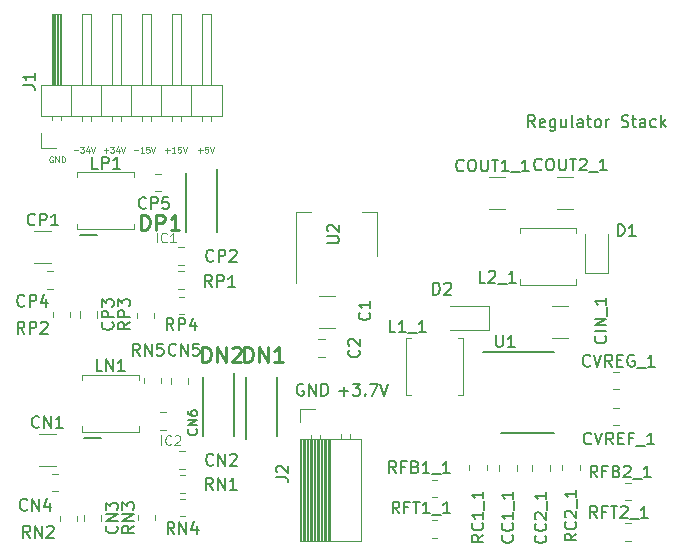
<source format=gbr>
%TF.GenerationSoftware,KiCad,Pcbnew,7.0.6-0*%
%TF.CreationDate,2024-01-22T13:27:35-05:00*%
%TF.ProjectId,regulators,72656775-6c61-4746-9f72-732e6b696361,rev?*%
%TF.SameCoordinates,Original*%
%TF.FileFunction,Legend,Top*%
%TF.FilePolarity,Positive*%
%FSLAX46Y46*%
G04 Gerber Fmt 4.6, Leading zero omitted, Abs format (unit mm)*
G04 Created by KiCad (PCBNEW 7.0.6-0) date 2024-01-22 13:27:35*
%MOMM*%
%LPD*%
G01*
G04 APERTURE LIST*
%ADD10C,0.150000*%
%ADD11C,0.100000*%
%ADD12C,0.254000*%
%ADD13C,0.120000*%
%ADD14C,0.200000*%
G04 APERTURE END LIST*
D10*
X98253779Y-71243866D02*
X99015684Y-71243866D01*
X98634731Y-71624819D02*
X98634731Y-70862914D01*
X99396636Y-70624819D02*
X100015683Y-70624819D01*
X100015683Y-70624819D02*
X99682350Y-71005771D01*
X99682350Y-71005771D02*
X99825207Y-71005771D01*
X99825207Y-71005771D02*
X99920445Y-71053390D01*
X99920445Y-71053390D02*
X99968064Y-71101009D01*
X99968064Y-71101009D02*
X100015683Y-71196247D01*
X100015683Y-71196247D02*
X100015683Y-71434342D01*
X100015683Y-71434342D02*
X99968064Y-71529580D01*
X99968064Y-71529580D02*
X99920445Y-71577200D01*
X99920445Y-71577200D02*
X99825207Y-71624819D01*
X99825207Y-71624819D02*
X99539493Y-71624819D01*
X99539493Y-71624819D02*
X99444255Y-71577200D01*
X99444255Y-71577200D02*
X99396636Y-71529580D01*
X100444255Y-71529580D02*
X100491874Y-71577200D01*
X100491874Y-71577200D02*
X100444255Y-71624819D01*
X100444255Y-71624819D02*
X100396636Y-71577200D01*
X100396636Y-71577200D02*
X100444255Y-71529580D01*
X100444255Y-71529580D02*
X100444255Y-71624819D01*
X100825207Y-70624819D02*
X101491873Y-70624819D01*
X101491873Y-70624819D02*
X101063302Y-71624819D01*
X101729969Y-70624819D02*
X102063302Y-71624819D01*
X102063302Y-71624819D02*
X102396635Y-70624819D01*
D11*
X78289836Y-50867133D02*
X78670789Y-50867133D01*
X78480312Y-51057609D02*
X78480312Y-50676657D01*
X78861265Y-50557609D02*
X79170789Y-50557609D01*
X79170789Y-50557609D02*
X79004122Y-50748085D01*
X79004122Y-50748085D02*
X79075551Y-50748085D01*
X79075551Y-50748085D02*
X79123170Y-50771895D01*
X79123170Y-50771895D02*
X79146979Y-50795704D01*
X79146979Y-50795704D02*
X79170789Y-50843323D01*
X79170789Y-50843323D02*
X79170789Y-50962371D01*
X79170789Y-50962371D02*
X79146979Y-51009990D01*
X79146979Y-51009990D02*
X79123170Y-51033800D01*
X79123170Y-51033800D02*
X79075551Y-51057609D01*
X79075551Y-51057609D02*
X78932694Y-51057609D01*
X78932694Y-51057609D02*
X78885075Y-51033800D01*
X78885075Y-51033800D02*
X78861265Y-51009990D01*
X79599360Y-50724276D02*
X79599360Y-51057609D01*
X79480312Y-50533800D02*
X79361265Y-50890942D01*
X79361265Y-50890942D02*
X79670788Y-50890942D01*
X79789836Y-50557609D02*
X79956502Y-51057609D01*
X79956502Y-51057609D02*
X80123169Y-50557609D01*
X73979741Y-51400419D02*
X73932122Y-51376609D01*
X73932122Y-51376609D02*
X73860693Y-51376609D01*
X73860693Y-51376609D02*
X73789265Y-51400419D01*
X73789265Y-51400419D02*
X73741646Y-51448038D01*
X73741646Y-51448038D02*
X73717836Y-51495657D01*
X73717836Y-51495657D02*
X73694027Y-51590895D01*
X73694027Y-51590895D02*
X73694027Y-51662323D01*
X73694027Y-51662323D02*
X73717836Y-51757561D01*
X73717836Y-51757561D02*
X73741646Y-51805180D01*
X73741646Y-51805180D02*
X73789265Y-51852800D01*
X73789265Y-51852800D02*
X73860693Y-51876609D01*
X73860693Y-51876609D02*
X73908312Y-51876609D01*
X73908312Y-51876609D02*
X73979741Y-51852800D01*
X73979741Y-51852800D02*
X74003550Y-51828990D01*
X74003550Y-51828990D02*
X74003550Y-51662323D01*
X74003550Y-51662323D02*
X73908312Y-51662323D01*
X74217836Y-51876609D02*
X74217836Y-51376609D01*
X74217836Y-51376609D02*
X74503550Y-51876609D01*
X74503550Y-51876609D02*
X74503550Y-51376609D01*
X74741646Y-51876609D02*
X74741646Y-51376609D01*
X74741646Y-51376609D02*
X74860694Y-51376609D01*
X74860694Y-51376609D02*
X74932122Y-51400419D01*
X74932122Y-51400419D02*
X74979741Y-51448038D01*
X74979741Y-51448038D02*
X75003551Y-51495657D01*
X75003551Y-51495657D02*
X75027360Y-51590895D01*
X75027360Y-51590895D02*
X75027360Y-51662323D01*
X75027360Y-51662323D02*
X75003551Y-51757561D01*
X75003551Y-51757561D02*
X74979741Y-51805180D01*
X74979741Y-51805180D02*
X74932122Y-51852800D01*
X74932122Y-51852800D02*
X74860694Y-51876609D01*
X74860694Y-51876609D02*
X74741646Y-51876609D01*
X86290836Y-50867133D02*
X86671789Y-50867133D01*
X86481312Y-51057609D02*
X86481312Y-50676657D01*
X87147979Y-50557609D02*
X86909884Y-50557609D01*
X86909884Y-50557609D02*
X86886075Y-50795704D01*
X86886075Y-50795704D02*
X86909884Y-50771895D01*
X86909884Y-50771895D02*
X86957503Y-50748085D01*
X86957503Y-50748085D02*
X87076551Y-50748085D01*
X87076551Y-50748085D02*
X87124170Y-50771895D01*
X87124170Y-50771895D02*
X87147979Y-50795704D01*
X87147979Y-50795704D02*
X87171789Y-50843323D01*
X87171789Y-50843323D02*
X87171789Y-50962371D01*
X87171789Y-50962371D02*
X87147979Y-51009990D01*
X87147979Y-51009990D02*
X87124170Y-51033800D01*
X87124170Y-51033800D02*
X87076551Y-51057609D01*
X87076551Y-51057609D02*
X86957503Y-51057609D01*
X86957503Y-51057609D02*
X86909884Y-51033800D01*
X86909884Y-51033800D02*
X86886075Y-51009990D01*
X87314646Y-50557609D02*
X87481312Y-51057609D01*
X87481312Y-51057609D02*
X87647979Y-50557609D01*
D10*
X95221588Y-70672438D02*
X95126350Y-70624819D01*
X95126350Y-70624819D02*
X94983493Y-70624819D01*
X94983493Y-70624819D02*
X94840636Y-70672438D01*
X94840636Y-70672438D02*
X94745398Y-70767676D01*
X94745398Y-70767676D02*
X94697779Y-70862914D01*
X94697779Y-70862914D02*
X94650160Y-71053390D01*
X94650160Y-71053390D02*
X94650160Y-71196247D01*
X94650160Y-71196247D02*
X94697779Y-71386723D01*
X94697779Y-71386723D02*
X94745398Y-71481961D01*
X94745398Y-71481961D02*
X94840636Y-71577200D01*
X94840636Y-71577200D02*
X94983493Y-71624819D01*
X94983493Y-71624819D02*
X95078731Y-71624819D01*
X95078731Y-71624819D02*
X95221588Y-71577200D01*
X95221588Y-71577200D02*
X95269207Y-71529580D01*
X95269207Y-71529580D02*
X95269207Y-71196247D01*
X95269207Y-71196247D02*
X95078731Y-71196247D01*
X95697779Y-71624819D02*
X95697779Y-70624819D01*
X95697779Y-70624819D02*
X96269207Y-71624819D01*
X96269207Y-71624819D02*
X96269207Y-70624819D01*
X96745398Y-71624819D02*
X96745398Y-70624819D01*
X96745398Y-70624819D02*
X96983493Y-70624819D01*
X96983493Y-70624819D02*
X97126350Y-70672438D01*
X97126350Y-70672438D02*
X97221588Y-70767676D01*
X97221588Y-70767676D02*
X97269207Y-70862914D01*
X97269207Y-70862914D02*
X97316826Y-71053390D01*
X97316826Y-71053390D02*
X97316826Y-71196247D01*
X97316826Y-71196247D02*
X97269207Y-71386723D01*
X97269207Y-71386723D02*
X97221588Y-71481961D01*
X97221588Y-71481961D02*
X97126350Y-71577200D01*
X97126350Y-71577200D02*
X96983493Y-71624819D01*
X96983493Y-71624819D02*
X96745398Y-71624819D01*
X114827207Y-48891819D02*
X114493874Y-48415628D01*
X114255779Y-48891819D02*
X114255779Y-47891819D01*
X114255779Y-47891819D02*
X114636731Y-47891819D01*
X114636731Y-47891819D02*
X114731969Y-47939438D01*
X114731969Y-47939438D02*
X114779588Y-47987057D01*
X114779588Y-47987057D02*
X114827207Y-48082295D01*
X114827207Y-48082295D02*
X114827207Y-48225152D01*
X114827207Y-48225152D02*
X114779588Y-48320390D01*
X114779588Y-48320390D02*
X114731969Y-48368009D01*
X114731969Y-48368009D02*
X114636731Y-48415628D01*
X114636731Y-48415628D02*
X114255779Y-48415628D01*
X115636731Y-48844200D02*
X115541493Y-48891819D01*
X115541493Y-48891819D02*
X115351017Y-48891819D01*
X115351017Y-48891819D02*
X115255779Y-48844200D01*
X115255779Y-48844200D02*
X115208160Y-48748961D01*
X115208160Y-48748961D02*
X115208160Y-48368009D01*
X115208160Y-48368009D02*
X115255779Y-48272771D01*
X115255779Y-48272771D02*
X115351017Y-48225152D01*
X115351017Y-48225152D02*
X115541493Y-48225152D01*
X115541493Y-48225152D02*
X115636731Y-48272771D01*
X115636731Y-48272771D02*
X115684350Y-48368009D01*
X115684350Y-48368009D02*
X115684350Y-48463247D01*
X115684350Y-48463247D02*
X115208160Y-48558485D01*
X116541493Y-48225152D02*
X116541493Y-49034676D01*
X116541493Y-49034676D02*
X116493874Y-49129914D01*
X116493874Y-49129914D02*
X116446255Y-49177533D01*
X116446255Y-49177533D02*
X116351017Y-49225152D01*
X116351017Y-49225152D02*
X116208160Y-49225152D01*
X116208160Y-49225152D02*
X116112922Y-49177533D01*
X116541493Y-48844200D02*
X116446255Y-48891819D01*
X116446255Y-48891819D02*
X116255779Y-48891819D01*
X116255779Y-48891819D02*
X116160541Y-48844200D01*
X116160541Y-48844200D02*
X116112922Y-48796580D01*
X116112922Y-48796580D02*
X116065303Y-48701342D01*
X116065303Y-48701342D02*
X116065303Y-48415628D01*
X116065303Y-48415628D02*
X116112922Y-48320390D01*
X116112922Y-48320390D02*
X116160541Y-48272771D01*
X116160541Y-48272771D02*
X116255779Y-48225152D01*
X116255779Y-48225152D02*
X116446255Y-48225152D01*
X116446255Y-48225152D02*
X116541493Y-48272771D01*
X117446255Y-48225152D02*
X117446255Y-48891819D01*
X117017684Y-48225152D02*
X117017684Y-48748961D01*
X117017684Y-48748961D02*
X117065303Y-48844200D01*
X117065303Y-48844200D02*
X117160541Y-48891819D01*
X117160541Y-48891819D02*
X117303398Y-48891819D01*
X117303398Y-48891819D02*
X117398636Y-48844200D01*
X117398636Y-48844200D02*
X117446255Y-48796580D01*
X118065303Y-48891819D02*
X117970065Y-48844200D01*
X117970065Y-48844200D02*
X117922446Y-48748961D01*
X117922446Y-48748961D02*
X117922446Y-47891819D01*
X118874827Y-48891819D02*
X118874827Y-48368009D01*
X118874827Y-48368009D02*
X118827208Y-48272771D01*
X118827208Y-48272771D02*
X118731970Y-48225152D01*
X118731970Y-48225152D02*
X118541494Y-48225152D01*
X118541494Y-48225152D02*
X118446256Y-48272771D01*
X118874827Y-48844200D02*
X118779589Y-48891819D01*
X118779589Y-48891819D02*
X118541494Y-48891819D01*
X118541494Y-48891819D02*
X118446256Y-48844200D01*
X118446256Y-48844200D02*
X118398637Y-48748961D01*
X118398637Y-48748961D02*
X118398637Y-48653723D01*
X118398637Y-48653723D02*
X118446256Y-48558485D01*
X118446256Y-48558485D02*
X118541494Y-48510866D01*
X118541494Y-48510866D02*
X118779589Y-48510866D01*
X118779589Y-48510866D02*
X118874827Y-48463247D01*
X119208161Y-48225152D02*
X119589113Y-48225152D01*
X119351018Y-47891819D02*
X119351018Y-48748961D01*
X119351018Y-48748961D02*
X119398637Y-48844200D01*
X119398637Y-48844200D02*
X119493875Y-48891819D01*
X119493875Y-48891819D02*
X119589113Y-48891819D01*
X120065304Y-48891819D02*
X119970066Y-48844200D01*
X119970066Y-48844200D02*
X119922447Y-48796580D01*
X119922447Y-48796580D02*
X119874828Y-48701342D01*
X119874828Y-48701342D02*
X119874828Y-48415628D01*
X119874828Y-48415628D02*
X119922447Y-48320390D01*
X119922447Y-48320390D02*
X119970066Y-48272771D01*
X119970066Y-48272771D02*
X120065304Y-48225152D01*
X120065304Y-48225152D02*
X120208161Y-48225152D01*
X120208161Y-48225152D02*
X120303399Y-48272771D01*
X120303399Y-48272771D02*
X120351018Y-48320390D01*
X120351018Y-48320390D02*
X120398637Y-48415628D01*
X120398637Y-48415628D02*
X120398637Y-48701342D01*
X120398637Y-48701342D02*
X120351018Y-48796580D01*
X120351018Y-48796580D02*
X120303399Y-48844200D01*
X120303399Y-48844200D02*
X120208161Y-48891819D01*
X120208161Y-48891819D02*
X120065304Y-48891819D01*
X120827209Y-48891819D02*
X120827209Y-48225152D01*
X120827209Y-48415628D02*
X120874828Y-48320390D01*
X120874828Y-48320390D02*
X120922447Y-48272771D01*
X120922447Y-48272771D02*
X121017685Y-48225152D01*
X121017685Y-48225152D02*
X121112923Y-48225152D01*
X122160543Y-48844200D02*
X122303400Y-48891819D01*
X122303400Y-48891819D02*
X122541495Y-48891819D01*
X122541495Y-48891819D02*
X122636733Y-48844200D01*
X122636733Y-48844200D02*
X122684352Y-48796580D01*
X122684352Y-48796580D02*
X122731971Y-48701342D01*
X122731971Y-48701342D02*
X122731971Y-48606104D01*
X122731971Y-48606104D02*
X122684352Y-48510866D01*
X122684352Y-48510866D02*
X122636733Y-48463247D01*
X122636733Y-48463247D02*
X122541495Y-48415628D01*
X122541495Y-48415628D02*
X122351019Y-48368009D01*
X122351019Y-48368009D02*
X122255781Y-48320390D01*
X122255781Y-48320390D02*
X122208162Y-48272771D01*
X122208162Y-48272771D02*
X122160543Y-48177533D01*
X122160543Y-48177533D02*
X122160543Y-48082295D01*
X122160543Y-48082295D02*
X122208162Y-47987057D01*
X122208162Y-47987057D02*
X122255781Y-47939438D01*
X122255781Y-47939438D02*
X122351019Y-47891819D01*
X122351019Y-47891819D02*
X122589114Y-47891819D01*
X122589114Y-47891819D02*
X122731971Y-47939438D01*
X123017686Y-48225152D02*
X123398638Y-48225152D01*
X123160543Y-47891819D02*
X123160543Y-48748961D01*
X123160543Y-48748961D02*
X123208162Y-48844200D01*
X123208162Y-48844200D02*
X123303400Y-48891819D01*
X123303400Y-48891819D02*
X123398638Y-48891819D01*
X124160543Y-48891819D02*
X124160543Y-48368009D01*
X124160543Y-48368009D02*
X124112924Y-48272771D01*
X124112924Y-48272771D02*
X124017686Y-48225152D01*
X124017686Y-48225152D02*
X123827210Y-48225152D01*
X123827210Y-48225152D02*
X123731972Y-48272771D01*
X124160543Y-48844200D02*
X124065305Y-48891819D01*
X124065305Y-48891819D02*
X123827210Y-48891819D01*
X123827210Y-48891819D02*
X123731972Y-48844200D01*
X123731972Y-48844200D02*
X123684353Y-48748961D01*
X123684353Y-48748961D02*
X123684353Y-48653723D01*
X123684353Y-48653723D02*
X123731972Y-48558485D01*
X123731972Y-48558485D02*
X123827210Y-48510866D01*
X123827210Y-48510866D02*
X124065305Y-48510866D01*
X124065305Y-48510866D02*
X124160543Y-48463247D01*
X125065305Y-48844200D02*
X124970067Y-48891819D01*
X124970067Y-48891819D02*
X124779591Y-48891819D01*
X124779591Y-48891819D02*
X124684353Y-48844200D01*
X124684353Y-48844200D02*
X124636734Y-48796580D01*
X124636734Y-48796580D02*
X124589115Y-48701342D01*
X124589115Y-48701342D02*
X124589115Y-48415628D01*
X124589115Y-48415628D02*
X124636734Y-48320390D01*
X124636734Y-48320390D02*
X124684353Y-48272771D01*
X124684353Y-48272771D02*
X124779591Y-48225152D01*
X124779591Y-48225152D02*
X124970067Y-48225152D01*
X124970067Y-48225152D02*
X125065305Y-48272771D01*
X125493877Y-48891819D02*
X125493877Y-47891819D01*
X125589115Y-48510866D02*
X125874829Y-48891819D01*
X125874829Y-48225152D02*
X125493877Y-48606104D01*
D11*
X75749836Y-50867133D02*
X76130789Y-50867133D01*
X76321265Y-50557609D02*
X76630789Y-50557609D01*
X76630789Y-50557609D02*
X76464122Y-50748085D01*
X76464122Y-50748085D02*
X76535551Y-50748085D01*
X76535551Y-50748085D02*
X76583170Y-50771895D01*
X76583170Y-50771895D02*
X76606979Y-50795704D01*
X76606979Y-50795704D02*
X76630789Y-50843323D01*
X76630789Y-50843323D02*
X76630789Y-50962371D01*
X76630789Y-50962371D02*
X76606979Y-51009990D01*
X76606979Y-51009990D02*
X76583170Y-51033800D01*
X76583170Y-51033800D02*
X76535551Y-51057609D01*
X76535551Y-51057609D02*
X76392694Y-51057609D01*
X76392694Y-51057609D02*
X76345075Y-51033800D01*
X76345075Y-51033800D02*
X76321265Y-51009990D01*
X77059360Y-50724276D02*
X77059360Y-51057609D01*
X76940312Y-50533800D02*
X76821265Y-50890942D01*
X76821265Y-50890942D02*
X77130788Y-50890942D01*
X77249836Y-50557609D02*
X77416502Y-51057609D01*
X77416502Y-51057609D02*
X77583169Y-50557609D01*
X83496836Y-50867133D02*
X83877789Y-50867133D01*
X83687312Y-51057609D02*
X83687312Y-50676657D01*
X84377789Y-51057609D02*
X84092075Y-51057609D01*
X84234932Y-51057609D02*
X84234932Y-50557609D01*
X84234932Y-50557609D02*
X84187313Y-50629038D01*
X84187313Y-50629038D02*
X84139694Y-50676657D01*
X84139694Y-50676657D02*
X84092075Y-50700466D01*
X84830169Y-50557609D02*
X84592074Y-50557609D01*
X84592074Y-50557609D02*
X84568265Y-50795704D01*
X84568265Y-50795704D02*
X84592074Y-50771895D01*
X84592074Y-50771895D02*
X84639693Y-50748085D01*
X84639693Y-50748085D02*
X84758741Y-50748085D01*
X84758741Y-50748085D02*
X84806360Y-50771895D01*
X84806360Y-50771895D02*
X84830169Y-50795704D01*
X84830169Y-50795704D02*
X84853979Y-50843323D01*
X84853979Y-50843323D02*
X84853979Y-50962371D01*
X84853979Y-50962371D02*
X84830169Y-51009990D01*
X84830169Y-51009990D02*
X84806360Y-51033800D01*
X84806360Y-51033800D02*
X84758741Y-51057609D01*
X84758741Y-51057609D02*
X84639693Y-51057609D01*
X84639693Y-51057609D02*
X84592074Y-51033800D01*
X84592074Y-51033800D02*
X84568265Y-51009990D01*
X84996836Y-50557609D02*
X85163502Y-51057609D01*
X85163502Y-51057609D02*
X85330169Y-50557609D01*
X80829836Y-50867133D02*
X81210789Y-50867133D01*
X81710789Y-51057609D02*
X81425075Y-51057609D01*
X81567932Y-51057609D02*
X81567932Y-50557609D01*
X81567932Y-50557609D02*
X81520313Y-50629038D01*
X81520313Y-50629038D02*
X81472694Y-50676657D01*
X81472694Y-50676657D02*
X81425075Y-50700466D01*
X82163169Y-50557609D02*
X81925074Y-50557609D01*
X81925074Y-50557609D02*
X81901265Y-50795704D01*
X81901265Y-50795704D02*
X81925074Y-50771895D01*
X81925074Y-50771895D02*
X81972693Y-50748085D01*
X81972693Y-50748085D02*
X82091741Y-50748085D01*
X82091741Y-50748085D02*
X82139360Y-50771895D01*
X82139360Y-50771895D02*
X82163169Y-50795704D01*
X82163169Y-50795704D02*
X82186979Y-50843323D01*
X82186979Y-50843323D02*
X82186979Y-50962371D01*
X82186979Y-50962371D02*
X82163169Y-51009990D01*
X82163169Y-51009990D02*
X82139360Y-51033800D01*
X82139360Y-51033800D02*
X82091741Y-51057609D01*
X82091741Y-51057609D02*
X81972693Y-51057609D01*
X81972693Y-51057609D02*
X81925074Y-51033800D01*
X81925074Y-51033800D02*
X81901265Y-51009990D01*
X82329836Y-50557609D02*
X82496502Y-51057609D01*
X82496502Y-51057609D02*
X82663169Y-50557609D01*
D10*
X79395080Y-82676476D02*
X79442700Y-82724095D01*
X79442700Y-82724095D02*
X79490319Y-82866952D01*
X79490319Y-82866952D02*
X79490319Y-82962190D01*
X79490319Y-82962190D02*
X79442700Y-83105047D01*
X79442700Y-83105047D02*
X79347461Y-83200285D01*
X79347461Y-83200285D02*
X79252223Y-83247904D01*
X79252223Y-83247904D02*
X79061747Y-83295523D01*
X79061747Y-83295523D02*
X78918890Y-83295523D01*
X78918890Y-83295523D02*
X78728414Y-83247904D01*
X78728414Y-83247904D02*
X78633176Y-83200285D01*
X78633176Y-83200285D02*
X78537938Y-83105047D01*
X78537938Y-83105047D02*
X78490319Y-82962190D01*
X78490319Y-82962190D02*
X78490319Y-82866952D01*
X78490319Y-82866952D02*
X78537938Y-82724095D01*
X78537938Y-82724095D02*
X78585557Y-82676476D01*
X79490319Y-82247904D02*
X78490319Y-82247904D01*
X78490319Y-82247904D02*
X79490319Y-81676476D01*
X79490319Y-81676476D02*
X78490319Y-81676476D01*
X78490319Y-81295523D02*
X78490319Y-80676476D01*
X78490319Y-80676476D02*
X78871271Y-81009809D01*
X78871271Y-81009809D02*
X78871271Y-80866952D01*
X78871271Y-80866952D02*
X78918890Y-80771714D01*
X78918890Y-80771714D02*
X78966509Y-80724095D01*
X78966509Y-80724095D02*
X79061747Y-80676476D01*
X79061747Y-80676476D02*
X79299842Y-80676476D01*
X79299842Y-80676476D02*
X79395080Y-80724095D01*
X79395080Y-80724095D02*
X79442700Y-80771714D01*
X79442700Y-80771714D02*
X79490319Y-80866952D01*
X79490319Y-80866952D02*
X79490319Y-81152666D01*
X79490319Y-81152666D02*
X79442700Y-81247904D01*
X79442700Y-81247904D02*
X79395080Y-81295523D01*
X103072618Y-78175819D02*
X102739285Y-77699628D01*
X102501190Y-78175819D02*
X102501190Y-77175819D01*
X102501190Y-77175819D02*
X102882142Y-77175819D01*
X102882142Y-77175819D02*
X102977380Y-77223438D01*
X102977380Y-77223438D02*
X103024999Y-77271057D01*
X103024999Y-77271057D02*
X103072618Y-77366295D01*
X103072618Y-77366295D02*
X103072618Y-77509152D01*
X103072618Y-77509152D02*
X103024999Y-77604390D01*
X103024999Y-77604390D02*
X102977380Y-77652009D01*
X102977380Y-77652009D02*
X102882142Y-77699628D01*
X102882142Y-77699628D02*
X102501190Y-77699628D01*
X103834523Y-77652009D02*
X103501190Y-77652009D01*
X103501190Y-78175819D02*
X103501190Y-77175819D01*
X103501190Y-77175819D02*
X103977380Y-77175819D01*
X104691666Y-77652009D02*
X104834523Y-77699628D01*
X104834523Y-77699628D02*
X104882142Y-77747247D01*
X104882142Y-77747247D02*
X104929761Y-77842485D01*
X104929761Y-77842485D02*
X104929761Y-77985342D01*
X104929761Y-77985342D02*
X104882142Y-78080580D01*
X104882142Y-78080580D02*
X104834523Y-78128200D01*
X104834523Y-78128200D02*
X104739285Y-78175819D01*
X104739285Y-78175819D02*
X104358333Y-78175819D01*
X104358333Y-78175819D02*
X104358333Y-77175819D01*
X104358333Y-77175819D02*
X104691666Y-77175819D01*
X104691666Y-77175819D02*
X104786904Y-77223438D01*
X104786904Y-77223438D02*
X104834523Y-77271057D01*
X104834523Y-77271057D02*
X104882142Y-77366295D01*
X104882142Y-77366295D02*
X104882142Y-77461533D01*
X104882142Y-77461533D02*
X104834523Y-77556771D01*
X104834523Y-77556771D02*
X104786904Y-77604390D01*
X104786904Y-77604390D02*
X104691666Y-77652009D01*
X104691666Y-77652009D02*
X104358333Y-77652009D01*
X105882142Y-78175819D02*
X105310714Y-78175819D01*
X105596428Y-78175819D02*
X105596428Y-77175819D01*
X105596428Y-77175819D02*
X105501190Y-77318676D01*
X105501190Y-77318676D02*
X105405952Y-77413914D01*
X105405952Y-77413914D02*
X105310714Y-77461533D01*
X106072619Y-78271057D02*
X106834523Y-78271057D01*
X107596428Y-78175819D02*
X107025000Y-78175819D01*
X107310714Y-78175819D02*
X107310714Y-77175819D01*
X107310714Y-77175819D02*
X107215476Y-77318676D01*
X107215476Y-77318676D02*
X107120238Y-77413914D01*
X107120238Y-77413914D02*
X107025000Y-77461533D01*
D11*
X82785048Y-58657895D02*
X82785048Y-57857895D01*
X83623143Y-58581704D02*
X83585047Y-58619800D01*
X83585047Y-58619800D02*
X83470762Y-58657895D01*
X83470762Y-58657895D02*
X83394571Y-58657895D01*
X83394571Y-58657895D02*
X83280285Y-58619800D01*
X83280285Y-58619800D02*
X83204095Y-58543609D01*
X83204095Y-58543609D02*
X83166000Y-58467419D01*
X83166000Y-58467419D02*
X83127904Y-58315038D01*
X83127904Y-58315038D02*
X83127904Y-58200752D01*
X83127904Y-58200752D02*
X83166000Y-58048371D01*
X83166000Y-58048371D02*
X83204095Y-57972180D01*
X83204095Y-57972180D02*
X83280285Y-57895990D01*
X83280285Y-57895990D02*
X83394571Y-57857895D01*
X83394571Y-57857895D02*
X83470762Y-57857895D01*
X83470762Y-57857895D02*
X83585047Y-57895990D01*
X83585047Y-57895990D02*
X83623143Y-57934085D01*
X84385047Y-58657895D02*
X83927904Y-58657895D01*
X84156476Y-58657895D02*
X84156476Y-57857895D01*
X84156476Y-57857895D02*
X84080285Y-57972180D01*
X84080285Y-57972180D02*
X84004095Y-58048371D01*
X84004095Y-58048371D02*
X83927904Y-58086466D01*
D10*
X110609190Y-62049819D02*
X110133000Y-62049819D01*
X110133000Y-62049819D02*
X110133000Y-61049819D01*
X110894905Y-61145057D02*
X110942524Y-61097438D01*
X110942524Y-61097438D02*
X111037762Y-61049819D01*
X111037762Y-61049819D02*
X111275857Y-61049819D01*
X111275857Y-61049819D02*
X111371095Y-61097438D01*
X111371095Y-61097438D02*
X111418714Y-61145057D01*
X111418714Y-61145057D02*
X111466333Y-61240295D01*
X111466333Y-61240295D02*
X111466333Y-61335533D01*
X111466333Y-61335533D02*
X111418714Y-61478390D01*
X111418714Y-61478390D02*
X110847286Y-62049819D01*
X110847286Y-62049819D02*
X111466333Y-62049819D01*
X111656810Y-62145057D02*
X112418714Y-62145057D01*
X113180619Y-62049819D02*
X112609191Y-62049819D01*
X112894905Y-62049819D02*
X112894905Y-61049819D01*
X112894905Y-61049819D02*
X112799667Y-61192676D01*
X112799667Y-61192676D02*
X112704429Y-61287914D01*
X112704429Y-61287914D02*
X112609191Y-61335533D01*
X84211333Y-66080819D02*
X83878000Y-65604628D01*
X83639905Y-66080819D02*
X83639905Y-65080819D01*
X83639905Y-65080819D02*
X84020857Y-65080819D01*
X84020857Y-65080819D02*
X84116095Y-65128438D01*
X84116095Y-65128438D02*
X84163714Y-65176057D01*
X84163714Y-65176057D02*
X84211333Y-65271295D01*
X84211333Y-65271295D02*
X84211333Y-65414152D01*
X84211333Y-65414152D02*
X84163714Y-65509390D01*
X84163714Y-65509390D02*
X84116095Y-65557009D01*
X84116095Y-65557009D02*
X84020857Y-65604628D01*
X84020857Y-65604628D02*
X83639905Y-65604628D01*
X84639905Y-66080819D02*
X84639905Y-65080819D01*
X84639905Y-65080819D02*
X85020857Y-65080819D01*
X85020857Y-65080819D02*
X85116095Y-65128438D01*
X85116095Y-65128438D02*
X85163714Y-65176057D01*
X85163714Y-65176057D02*
X85211333Y-65271295D01*
X85211333Y-65271295D02*
X85211333Y-65414152D01*
X85211333Y-65414152D02*
X85163714Y-65509390D01*
X85163714Y-65509390D02*
X85116095Y-65557009D01*
X85116095Y-65557009D02*
X85020857Y-65604628D01*
X85020857Y-65604628D02*
X84639905Y-65604628D01*
X86068476Y-65414152D02*
X86068476Y-66080819D01*
X85830381Y-65033200D02*
X85592286Y-65747485D01*
X85592286Y-65747485D02*
X86211333Y-65747485D01*
X103001190Y-66243819D02*
X102525000Y-66243819D01*
X102525000Y-66243819D02*
X102525000Y-65243819D01*
X103858333Y-66243819D02*
X103286905Y-66243819D01*
X103572619Y-66243819D02*
X103572619Y-65243819D01*
X103572619Y-65243819D02*
X103477381Y-65386676D01*
X103477381Y-65386676D02*
X103382143Y-65481914D01*
X103382143Y-65481914D02*
X103286905Y-65529533D01*
X104048810Y-66339057D02*
X104810714Y-66339057D01*
X105572619Y-66243819D02*
X105001191Y-66243819D01*
X105286905Y-66243819D02*
X105286905Y-65243819D01*
X105286905Y-65243819D02*
X105191667Y-65386676D01*
X105191667Y-65386676D02*
X105096429Y-65481914D01*
X105096429Y-65481914D02*
X105001191Y-65529533D01*
X121828905Y-58115819D02*
X121828905Y-57115819D01*
X121828905Y-57115819D02*
X122067000Y-57115819D01*
X122067000Y-57115819D02*
X122209857Y-57163438D01*
X122209857Y-57163438D02*
X122305095Y-57258676D01*
X122305095Y-57258676D02*
X122352714Y-57353914D01*
X122352714Y-57353914D02*
X122400333Y-57544390D01*
X122400333Y-57544390D02*
X122400333Y-57687247D01*
X122400333Y-57687247D02*
X122352714Y-57877723D01*
X122352714Y-57877723D02*
X122305095Y-57972961D01*
X122305095Y-57972961D02*
X122209857Y-58068200D01*
X122209857Y-58068200D02*
X122067000Y-58115819D01*
X122067000Y-58115819D02*
X121828905Y-58115819D01*
X123352714Y-58115819D02*
X122781286Y-58115819D01*
X123067000Y-58115819D02*
X123067000Y-57115819D01*
X123067000Y-57115819D02*
X122971762Y-57258676D01*
X122971762Y-57258676D02*
X122876524Y-57353914D01*
X122876524Y-57353914D02*
X122781286Y-57401533D01*
X72485333Y-57114580D02*
X72437714Y-57162200D01*
X72437714Y-57162200D02*
X72294857Y-57209819D01*
X72294857Y-57209819D02*
X72199619Y-57209819D01*
X72199619Y-57209819D02*
X72056762Y-57162200D01*
X72056762Y-57162200D02*
X71961524Y-57066961D01*
X71961524Y-57066961D02*
X71913905Y-56971723D01*
X71913905Y-56971723D02*
X71866286Y-56781247D01*
X71866286Y-56781247D02*
X71866286Y-56638390D01*
X71866286Y-56638390D02*
X71913905Y-56447914D01*
X71913905Y-56447914D02*
X71961524Y-56352676D01*
X71961524Y-56352676D02*
X72056762Y-56257438D01*
X72056762Y-56257438D02*
X72199619Y-56209819D01*
X72199619Y-56209819D02*
X72294857Y-56209819D01*
X72294857Y-56209819D02*
X72437714Y-56257438D01*
X72437714Y-56257438D02*
X72485333Y-56305057D01*
X72913905Y-57209819D02*
X72913905Y-56209819D01*
X72913905Y-56209819D02*
X73294857Y-56209819D01*
X73294857Y-56209819D02*
X73390095Y-56257438D01*
X73390095Y-56257438D02*
X73437714Y-56305057D01*
X73437714Y-56305057D02*
X73485333Y-56400295D01*
X73485333Y-56400295D02*
X73485333Y-56543152D01*
X73485333Y-56543152D02*
X73437714Y-56638390D01*
X73437714Y-56638390D02*
X73390095Y-56686009D01*
X73390095Y-56686009D02*
X73294857Y-56733628D01*
X73294857Y-56733628D02*
X72913905Y-56733628D01*
X74437714Y-57209819D02*
X73866286Y-57209819D01*
X74152000Y-57209819D02*
X74152000Y-56209819D01*
X74152000Y-56209819D02*
X74056762Y-56352676D01*
X74056762Y-56352676D02*
X73961524Y-56447914D01*
X73961524Y-56447914D02*
X73866286Y-56495533D01*
X92920819Y-78545333D02*
X93635104Y-78545333D01*
X93635104Y-78545333D02*
X93777961Y-78592952D01*
X93777961Y-78592952D02*
X93873200Y-78688190D01*
X93873200Y-78688190D02*
X93920819Y-78831047D01*
X93920819Y-78831047D02*
X93920819Y-78926285D01*
X93016057Y-78116761D02*
X92968438Y-78069142D01*
X92968438Y-78069142D02*
X92920819Y-77973904D01*
X92920819Y-77973904D02*
X92920819Y-77735809D01*
X92920819Y-77735809D02*
X92968438Y-77640571D01*
X92968438Y-77640571D02*
X93016057Y-77592952D01*
X93016057Y-77592952D02*
X93111295Y-77545333D01*
X93111295Y-77545333D02*
X93206533Y-77545333D01*
X93206533Y-77545333D02*
X93349390Y-77592952D01*
X93349390Y-77592952D02*
X93920819Y-78164380D01*
X93920819Y-78164380D02*
X93920819Y-77545333D01*
X119574856Y-75667580D02*
X119527237Y-75715200D01*
X119527237Y-75715200D02*
X119384380Y-75762819D01*
X119384380Y-75762819D02*
X119289142Y-75762819D01*
X119289142Y-75762819D02*
X119146285Y-75715200D01*
X119146285Y-75715200D02*
X119051047Y-75619961D01*
X119051047Y-75619961D02*
X119003428Y-75524723D01*
X119003428Y-75524723D02*
X118955809Y-75334247D01*
X118955809Y-75334247D02*
X118955809Y-75191390D01*
X118955809Y-75191390D02*
X119003428Y-75000914D01*
X119003428Y-75000914D02*
X119051047Y-74905676D01*
X119051047Y-74905676D02*
X119146285Y-74810438D01*
X119146285Y-74810438D02*
X119289142Y-74762819D01*
X119289142Y-74762819D02*
X119384380Y-74762819D01*
X119384380Y-74762819D02*
X119527237Y-74810438D01*
X119527237Y-74810438D02*
X119574856Y-74858057D01*
X119860571Y-74762819D02*
X120193904Y-75762819D01*
X120193904Y-75762819D02*
X120527237Y-74762819D01*
X121431999Y-75762819D02*
X121098666Y-75286628D01*
X120860571Y-75762819D02*
X120860571Y-74762819D01*
X120860571Y-74762819D02*
X121241523Y-74762819D01*
X121241523Y-74762819D02*
X121336761Y-74810438D01*
X121336761Y-74810438D02*
X121384380Y-74858057D01*
X121384380Y-74858057D02*
X121431999Y-74953295D01*
X121431999Y-74953295D02*
X121431999Y-75096152D01*
X121431999Y-75096152D02*
X121384380Y-75191390D01*
X121384380Y-75191390D02*
X121336761Y-75239009D01*
X121336761Y-75239009D02*
X121241523Y-75286628D01*
X121241523Y-75286628D02*
X120860571Y-75286628D01*
X121860571Y-75239009D02*
X122193904Y-75239009D01*
X122336761Y-75762819D02*
X121860571Y-75762819D01*
X121860571Y-75762819D02*
X121860571Y-74762819D01*
X121860571Y-74762819D02*
X122336761Y-74762819D01*
X123098666Y-75239009D02*
X122765333Y-75239009D01*
X122765333Y-75762819D02*
X122765333Y-74762819D01*
X122765333Y-74762819D02*
X123241523Y-74762819D01*
X123384381Y-75858057D02*
X124146285Y-75858057D01*
X124908190Y-75762819D02*
X124336762Y-75762819D01*
X124622476Y-75762819D02*
X124622476Y-74762819D01*
X124622476Y-74762819D02*
X124527238Y-74905676D01*
X124527238Y-74905676D02*
X124432000Y-75000914D01*
X124432000Y-75000914D02*
X124336762Y-75048533D01*
X119491428Y-69066580D02*
X119443809Y-69114200D01*
X119443809Y-69114200D02*
X119300952Y-69161819D01*
X119300952Y-69161819D02*
X119205714Y-69161819D01*
X119205714Y-69161819D02*
X119062857Y-69114200D01*
X119062857Y-69114200D02*
X118967619Y-69018961D01*
X118967619Y-69018961D02*
X118920000Y-68923723D01*
X118920000Y-68923723D02*
X118872381Y-68733247D01*
X118872381Y-68733247D02*
X118872381Y-68590390D01*
X118872381Y-68590390D02*
X118920000Y-68399914D01*
X118920000Y-68399914D02*
X118967619Y-68304676D01*
X118967619Y-68304676D02*
X119062857Y-68209438D01*
X119062857Y-68209438D02*
X119205714Y-68161819D01*
X119205714Y-68161819D02*
X119300952Y-68161819D01*
X119300952Y-68161819D02*
X119443809Y-68209438D01*
X119443809Y-68209438D02*
X119491428Y-68257057D01*
X119777143Y-68161819D02*
X120110476Y-69161819D01*
X120110476Y-69161819D02*
X120443809Y-68161819D01*
X121348571Y-69161819D02*
X121015238Y-68685628D01*
X120777143Y-69161819D02*
X120777143Y-68161819D01*
X120777143Y-68161819D02*
X121158095Y-68161819D01*
X121158095Y-68161819D02*
X121253333Y-68209438D01*
X121253333Y-68209438D02*
X121300952Y-68257057D01*
X121300952Y-68257057D02*
X121348571Y-68352295D01*
X121348571Y-68352295D02*
X121348571Y-68495152D01*
X121348571Y-68495152D02*
X121300952Y-68590390D01*
X121300952Y-68590390D02*
X121253333Y-68638009D01*
X121253333Y-68638009D02*
X121158095Y-68685628D01*
X121158095Y-68685628D02*
X120777143Y-68685628D01*
X121777143Y-68638009D02*
X122110476Y-68638009D01*
X122253333Y-69161819D02*
X121777143Y-69161819D01*
X121777143Y-69161819D02*
X121777143Y-68161819D01*
X121777143Y-68161819D02*
X122253333Y-68161819D01*
X123205714Y-68209438D02*
X123110476Y-68161819D01*
X123110476Y-68161819D02*
X122967619Y-68161819D01*
X122967619Y-68161819D02*
X122824762Y-68209438D01*
X122824762Y-68209438D02*
X122729524Y-68304676D01*
X122729524Y-68304676D02*
X122681905Y-68399914D01*
X122681905Y-68399914D02*
X122634286Y-68590390D01*
X122634286Y-68590390D02*
X122634286Y-68733247D01*
X122634286Y-68733247D02*
X122681905Y-68923723D01*
X122681905Y-68923723D02*
X122729524Y-69018961D01*
X122729524Y-69018961D02*
X122824762Y-69114200D01*
X122824762Y-69114200D02*
X122967619Y-69161819D01*
X122967619Y-69161819D02*
X123062857Y-69161819D01*
X123062857Y-69161819D02*
X123205714Y-69114200D01*
X123205714Y-69114200D02*
X123253333Y-69066580D01*
X123253333Y-69066580D02*
X123253333Y-68733247D01*
X123253333Y-68733247D02*
X123062857Y-68733247D01*
X123443810Y-69257057D02*
X124205714Y-69257057D01*
X124967619Y-69161819D02*
X124396191Y-69161819D01*
X124681905Y-69161819D02*
X124681905Y-68161819D01*
X124681905Y-68161819D02*
X124586667Y-68304676D01*
X124586667Y-68304676D02*
X124491429Y-68399914D01*
X124491429Y-68399914D02*
X124396191Y-68447533D01*
D12*
X81485618Y-57597318D02*
X81485618Y-56327318D01*
X81485618Y-56327318D02*
X81787999Y-56327318D01*
X81787999Y-56327318D02*
X81969428Y-56387794D01*
X81969428Y-56387794D02*
X82090380Y-56508746D01*
X82090380Y-56508746D02*
X82150857Y-56629699D01*
X82150857Y-56629699D02*
X82211333Y-56871603D01*
X82211333Y-56871603D02*
X82211333Y-57053032D01*
X82211333Y-57053032D02*
X82150857Y-57294937D01*
X82150857Y-57294937D02*
X82090380Y-57415889D01*
X82090380Y-57415889D02*
X81969428Y-57536842D01*
X81969428Y-57536842D02*
X81787999Y-57597318D01*
X81787999Y-57597318D02*
X81485618Y-57597318D01*
X82755618Y-57597318D02*
X82755618Y-56327318D01*
X82755618Y-56327318D02*
X83239428Y-56327318D01*
X83239428Y-56327318D02*
X83360380Y-56387794D01*
X83360380Y-56387794D02*
X83420857Y-56448270D01*
X83420857Y-56448270D02*
X83481333Y-56569222D01*
X83481333Y-56569222D02*
X83481333Y-56750651D01*
X83481333Y-56750651D02*
X83420857Y-56871603D01*
X83420857Y-56871603D02*
X83360380Y-56932080D01*
X83360380Y-56932080D02*
X83239428Y-56992556D01*
X83239428Y-56992556D02*
X82755618Y-56992556D01*
X84690857Y-57597318D02*
X83965142Y-57597318D01*
X84327999Y-57597318D02*
X84327999Y-56327318D01*
X84327999Y-56327318D02*
X84207047Y-56508746D01*
X84207047Y-56508746D02*
X84086095Y-56629699D01*
X84086095Y-56629699D02*
X83965142Y-56690175D01*
D10*
X87471333Y-62430819D02*
X87138000Y-61954628D01*
X86899905Y-62430819D02*
X86899905Y-61430819D01*
X86899905Y-61430819D02*
X87280857Y-61430819D01*
X87280857Y-61430819D02*
X87376095Y-61478438D01*
X87376095Y-61478438D02*
X87423714Y-61526057D01*
X87423714Y-61526057D02*
X87471333Y-61621295D01*
X87471333Y-61621295D02*
X87471333Y-61764152D01*
X87471333Y-61764152D02*
X87423714Y-61859390D01*
X87423714Y-61859390D02*
X87376095Y-61907009D01*
X87376095Y-61907009D02*
X87280857Y-61954628D01*
X87280857Y-61954628D02*
X86899905Y-61954628D01*
X87899905Y-62430819D02*
X87899905Y-61430819D01*
X87899905Y-61430819D02*
X88280857Y-61430819D01*
X88280857Y-61430819D02*
X88376095Y-61478438D01*
X88376095Y-61478438D02*
X88423714Y-61526057D01*
X88423714Y-61526057D02*
X88471333Y-61621295D01*
X88471333Y-61621295D02*
X88471333Y-61764152D01*
X88471333Y-61764152D02*
X88423714Y-61859390D01*
X88423714Y-61859390D02*
X88376095Y-61907009D01*
X88376095Y-61907009D02*
X88280857Y-61954628D01*
X88280857Y-61954628D02*
X87899905Y-61954628D01*
X89423714Y-62430819D02*
X88852286Y-62430819D01*
X89138000Y-62430819D02*
X89138000Y-61430819D01*
X89138000Y-61430819D02*
X89042762Y-61573676D01*
X89042762Y-61573676D02*
X88947524Y-61668914D01*
X88947524Y-61668914D02*
X88852286Y-61716533D01*
X87596023Y-77448580D02*
X87548404Y-77496200D01*
X87548404Y-77496200D02*
X87405547Y-77543819D01*
X87405547Y-77543819D02*
X87310309Y-77543819D01*
X87310309Y-77543819D02*
X87167452Y-77496200D01*
X87167452Y-77496200D02*
X87072214Y-77400961D01*
X87072214Y-77400961D02*
X87024595Y-77305723D01*
X87024595Y-77305723D02*
X86976976Y-77115247D01*
X86976976Y-77115247D02*
X86976976Y-76972390D01*
X86976976Y-76972390D02*
X87024595Y-76781914D01*
X87024595Y-76781914D02*
X87072214Y-76686676D01*
X87072214Y-76686676D02*
X87167452Y-76591438D01*
X87167452Y-76591438D02*
X87310309Y-76543819D01*
X87310309Y-76543819D02*
X87405547Y-76543819D01*
X87405547Y-76543819D02*
X87548404Y-76591438D01*
X87548404Y-76591438D02*
X87596023Y-76639057D01*
X88024595Y-77543819D02*
X88024595Y-76543819D01*
X88024595Y-76543819D02*
X88596023Y-77543819D01*
X88596023Y-77543819D02*
X88596023Y-76543819D01*
X89024595Y-76639057D02*
X89072214Y-76591438D01*
X89072214Y-76591438D02*
X89167452Y-76543819D01*
X89167452Y-76543819D02*
X89405547Y-76543819D01*
X89405547Y-76543819D02*
X89500785Y-76591438D01*
X89500785Y-76591438D02*
X89548404Y-76639057D01*
X89548404Y-76639057D02*
X89596023Y-76734295D01*
X89596023Y-76734295D02*
X89596023Y-76829533D01*
X89596023Y-76829533D02*
X89548404Y-76972390D01*
X89548404Y-76972390D02*
X88976976Y-77543819D01*
X88976976Y-77543819D02*
X89596023Y-77543819D01*
X80506819Y-65404666D02*
X80030628Y-65737999D01*
X80506819Y-65976094D02*
X79506819Y-65976094D01*
X79506819Y-65976094D02*
X79506819Y-65595142D01*
X79506819Y-65595142D02*
X79554438Y-65499904D01*
X79554438Y-65499904D02*
X79602057Y-65452285D01*
X79602057Y-65452285D02*
X79697295Y-65404666D01*
X79697295Y-65404666D02*
X79840152Y-65404666D01*
X79840152Y-65404666D02*
X79935390Y-65452285D01*
X79935390Y-65452285D02*
X79983009Y-65499904D01*
X79983009Y-65499904D02*
X80030628Y-65595142D01*
X80030628Y-65595142D02*
X80030628Y-65976094D01*
X80506819Y-64976094D02*
X79506819Y-64976094D01*
X79506819Y-64976094D02*
X79506819Y-64595142D01*
X79506819Y-64595142D02*
X79554438Y-64499904D01*
X79554438Y-64499904D02*
X79602057Y-64452285D01*
X79602057Y-64452285D02*
X79697295Y-64404666D01*
X79697295Y-64404666D02*
X79840152Y-64404666D01*
X79840152Y-64404666D02*
X79935390Y-64452285D01*
X79935390Y-64452285D02*
X79983009Y-64499904D01*
X79983009Y-64499904D02*
X80030628Y-64595142D01*
X80030628Y-64595142D02*
X80030628Y-64976094D01*
X79506819Y-64071332D02*
X79506819Y-63452285D01*
X79506819Y-63452285D02*
X79887771Y-63785618D01*
X79887771Y-63785618D02*
X79887771Y-63642761D01*
X79887771Y-63642761D02*
X79935390Y-63547523D01*
X79935390Y-63547523D02*
X79983009Y-63499904D01*
X79983009Y-63499904D02*
X80078247Y-63452285D01*
X80078247Y-63452285D02*
X80316342Y-63452285D01*
X80316342Y-63452285D02*
X80411580Y-63499904D01*
X80411580Y-63499904D02*
X80459200Y-63547523D01*
X80459200Y-63547523D02*
X80506819Y-63642761D01*
X80506819Y-63642761D02*
X80506819Y-63928475D01*
X80506819Y-63928475D02*
X80459200Y-64023713D01*
X80459200Y-64023713D02*
X80411580Y-64071332D01*
X103334666Y-81604819D02*
X103001333Y-81128628D01*
X102763238Y-81604819D02*
X102763238Y-80604819D01*
X102763238Y-80604819D02*
X103144190Y-80604819D01*
X103144190Y-80604819D02*
X103239428Y-80652438D01*
X103239428Y-80652438D02*
X103287047Y-80700057D01*
X103287047Y-80700057D02*
X103334666Y-80795295D01*
X103334666Y-80795295D02*
X103334666Y-80938152D01*
X103334666Y-80938152D02*
X103287047Y-81033390D01*
X103287047Y-81033390D02*
X103239428Y-81081009D01*
X103239428Y-81081009D02*
X103144190Y-81128628D01*
X103144190Y-81128628D02*
X102763238Y-81128628D01*
X104096571Y-81081009D02*
X103763238Y-81081009D01*
X103763238Y-81604819D02*
X103763238Y-80604819D01*
X103763238Y-80604819D02*
X104239428Y-80604819D01*
X104477524Y-80604819D02*
X105048952Y-80604819D01*
X104763238Y-81604819D02*
X104763238Y-80604819D01*
X105906095Y-81604819D02*
X105334667Y-81604819D01*
X105620381Y-81604819D02*
X105620381Y-80604819D01*
X105620381Y-80604819D02*
X105525143Y-80747676D01*
X105525143Y-80747676D02*
X105429905Y-80842914D01*
X105429905Y-80842914D02*
X105334667Y-80890533D01*
X106096572Y-81700057D02*
X106858476Y-81700057D01*
X107620381Y-81604819D02*
X107048953Y-81604819D01*
X107334667Y-81604819D02*
X107334667Y-80604819D01*
X107334667Y-80604819D02*
X107239429Y-80747676D01*
X107239429Y-80747676D02*
X107144191Y-80842914D01*
X107144191Y-80842914D02*
X107048953Y-80890533D01*
X118322819Y-83318809D02*
X117846628Y-83652142D01*
X118322819Y-83890237D02*
X117322819Y-83890237D01*
X117322819Y-83890237D02*
X117322819Y-83509285D01*
X117322819Y-83509285D02*
X117370438Y-83414047D01*
X117370438Y-83414047D02*
X117418057Y-83366428D01*
X117418057Y-83366428D02*
X117513295Y-83318809D01*
X117513295Y-83318809D02*
X117656152Y-83318809D01*
X117656152Y-83318809D02*
X117751390Y-83366428D01*
X117751390Y-83366428D02*
X117799009Y-83414047D01*
X117799009Y-83414047D02*
X117846628Y-83509285D01*
X117846628Y-83509285D02*
X117846628Y-83890237D01*
X118227580Y-82318809D02*
X118275200Y-82366428D01*
X118275200Y-82366428D02*
X118322819Y-82509285D01*
X118322819Y-82509285D02*
X118322819Y-82604523D01*
X118322819Y-82604523D02*
X118275200Y-82747380D01*
X118275200Y-82747380D02*
X118179961Y-82842618D01*
X118179961Y-82842618D02*
X118084723Y-82890237D01*
X118084723Y-82890237D02*
X117894247Y-82937856D01*
X117894247Y-82937856D02*
X117751390Y-82937856D01*
X117751390Y-82937856D02*
X117560914Y-82890237D01*
X117560914Y-82890237D02*
X117465676Y-82842618D01*
X117465676Y-82842618D02*
X117370438Y-82747380D01*
X117370438Y-82747380D02*
X117322819Y-82604523D01*
X117322819Y-82604523D02*
X117322819Y-82509285D01*
X117322819Y-82509285D02*
X117370438Y-82366428D01*
X117370438Y-82366428D02*
X117418057Y-82318809D01*
X117418057Y-81937856D02*
X117370438Y-81890237D01*
X117370438Y-81890237D02*
X117322819Y-81794999D01*
X117322819Y-81794999D02*
X117322819Y-81556904D01*
X117322819Y-81556904D02*
X117370438Y-81461666D01*
X117370438Y-81461666D02*
X117418057Y-81414047D01*
X117418057Y-81414047D02*
X117513295Y-81366428D01*
X117513295Y-81366428D02*
X117608533Y-81366428D01*
X117608533Y-81366428D02*
X117751390Y-81414047D01*
X117751390Y-81414047D02*
X118322819Y-81985475D01*
X118322819Y-81985475D02*
X118322819Y-81366428D01*
X118418057Y-81175952D02*
X118418057Y-80414047D01*
X118322819Y-79652142D02*
X118322819Y-80223570D01*
X118322819Y-79937856D02*
X117322819Y-79937856D01*
X117322819Y-79937856D02*
X117465676Y-80033094D01*
X117465676Y-80033094D02*
X117560914Y-80128332D01*
X117560914Y-80128332D02*
X117608533Y-80223570D01*
X84419523Y-68141580D02*
X84371904Y-68189200D01*
X84371904Y-68189200D02*
X84229047Y-68236819D01*
X84229047Y-68236819D02*
X84133809Y-68236819D01*
X84133809Y-68236819D02*
X83990952Y-68189200D01*
X83990952Y-68189200D02*
X83895714Y-68093961D01*
X83895714Y-68093961D02*
X83848095Y-67998723D01*
X83848095Y-67998723D02*
X83800476Y-67808247D01*
X83800476Y-67808247D02*
X83800476Y-67665390D01*
X83800476Y-67665390D02*
X83848095Y-67474914D01*
X83848095Y-67474914D02*
X83895714Y-67379676D01*
X83895714Y-67379676D02*
X83990952Y-67284438D01*
X83990952Y-67284438D02*
X84133809Y-67236819D01*
X84133809Y-67236819D02*
X84229047Y-67236819D01*
X84229047Y-67236819D02*
X84371904Y-67284438D01*
X84371904Y-67284438D02*
X84419523Y-67332057D01*
X84848095Y-68236819D02*
X84848095Y-67236819D01*
X84848095Y-67236819D02*
X85419523Y-68236819D01*
X85419523Y-68236819D02*
X85419523Y-67236819D01*
X86371904Y-67236819D02*
X85895714Y-67236819D01*
X85895714Y-67236819D02*
X85848095Y-67713009D01*
X85848095Y-67713009D02*
X85895714Y-67665390D01*
X85895714Y-67665390D02*
X85990952Y-67617771D01*
X85990952Y-67617771D02*
X86229047Y-67617771D01*
X86229047Y-67617771D02*
X86324285Y-67665390D01*
X86324285Y-67665390D02*
X86371904Y-67713009D01*
X86371904Y-67713009D02*
X86419523Y-67808247D01*
X86419523Y-67808247D02*
X86419523Y-68046342D01*
X86419523Y-68046342D02*
X86371904Y-68141580D01*
X86371904Y-68141580D02*
X86324285Y-68189200D01*
X86324285Y-68189200D02*
X86229047Y-68236819D01*
X86229047Y-68236819D02*
X85990952Y-68236819D01*
X85990952Y-68236819D02*
X85895714Y-68189200D01*
X85895714Y-68189200D02*
X85848095Y-68141580D01*
D11*
X83166048Y-75802895D02*
X83166048Y-75002895D01*
X84004143Y-75726704D02*
X83966047Y-75764800D01*
X83966047Y-75764800D02*
X83851762Y-75802895D01*
X83851762Y-75802895D02*
X83775571Y-75802895D01*
X83775571Y-75802895D02*
X83661285Y-75764800D01*
X83661285Y-75764800D02*
X83585095Y-75688609D01*
X83585095Y-75688609D02*
X83547000Y-75612419D01*
X83547000Y-75612419D02*
X83508904Y-75460038D01*
X83508904Y-75460038D02*
X83508904Y-75345752D01*
X83508904Y-75345752D02*
X83547000Y-75193371D01*
X83547000Y-75193371D02*
X83585095Y-75117180D01*
X83585095Y-75117180D02*
X83661285Y-75040990D01*
X83661285Y-75040990D02*
X83775571Y-75002895D01*
X83775571Y-75002895D02*
X83851762Y-75002895D01*
X83851762Y-75002895D02*
X83966047Y-75040990D01*
X83966047Y-75040990D02*
X84004143Y-75079085D01*
X84308904Y-75079085D02*
X84347000Y-75040990D01*
X84347000Y-75040990D02*
X84423190Y-75002895D01*
X84423190Y-75002895D02*
X84613666Y-75002895D01*
X84613666Y-75002895D02*
X84689857Y-75040990D01*
X84689857Y-75040990D02*
X84727952Y-75079085D01*
X84727952Y-75079085D02*
X84766047Y-75155276D01*
X84766047Y-75155276D02*
X84766047Y-75231466D01*
X84766047Y-75231466D02*
X84727952Y-75345752D01*
X84727952Y-75345752D02*
X84270809Y-75802895D01*
X84270809Y-75802895D02*
X84766047Y-75802895D01*
D10*
X97214819Y-58718904D02*
X98024342Y-58718904D01*
X98024342Y-58718904D02*
X98119580Y-58671285D01*
X98119580Y-58671285D02*
X98167200Y-58623666D01*
X98167200Y-58623666D02*
X98214819Y-58528428D01*
X98214819Y-58528428D02*
X98214819Y-58337952D01*
X98214819Y-58337952D02*
X98167200Y-58242714D01*
X98167200Y-58242714D02*
X98119580Y-58195095D01*
X98119580Y-58195095D02*
X98024342Y-58147476D01*
X98024342Y-58147476D02*
X97214819Y-58147476D01*
X97310057Y-57718904D02*
X97262438Y-57671285D01*
X97262438Y-57671285D02*
X97214819Y-57576047D01*
X97214819Y-57576047D02*
X97214819Y-57337952D01*
X97214819Y-57337952D02*
X97262438Y-57242714D01*
X97262438Y-57242714D02*
X97310057Y-57195095D01*
X97310057Y-57195095D02*
X97405295Y-57147476D01*
X97405295Y-57147476D02*
X97500533Y-57147476D01*
X97500533Y-57147476D02*
X97643390Y-57195095D01*
X97643390Y-57195095D02*
X98214819Y-57766523D01*
X98214819Y-57766523D02*
X98214819Y-57147476D01*
X81883333Y-55731580D02*
X81835714Y-55779200D01*
X81835714Y-55779200D02*
X81692857Y-55826819D01*
X81692857Y-55826819D02*
X81597619Y-55826819D01*
X81597619Y-55826819D02*
X81454762Y-55779200D01*
X81454762Y-55779200D02*
X81359524Y-55683961D01*
X81359524Y-55683961D02*
X81311905Y-55588723D01*
X81311905Y-55588723D02*
X81264286Y-55398247D01*
X81264286Y-55398247D02*
X81264286Y-55255390D01*
X81264286Y-55255390D02*
X81311905Y-55064914D01*
X81311905Y-55064914D02*
X81359524Y-54969676D01*
X81359524Y-54969676D02*
X81454762Y-54874438D01*
X81454762Y-54874438D02*
X81597619Y-54826819D01*
X81597619Y-54826819D02*
X81692857Y-54826819D01*
X81692857Y-54826819D02*
X81835714Y-54874438D01*
X81835714Y-54874438D02*
X81883333Y-54922057D01*
X82311905Y-55826819D02*
X82311905Y-54826819D01*
X82311905Y-54826819D02*
X82692857Y-54826819D01*
X82692857Y-54826819D02*
X82788095Y-54874438D01*
X82788095Y-54874438D02*
X82835714Y-54922057D01*
X82835714Y-54922057D02*
X82883333Y-55017295D01*
X82883333Y-55017295D02*
X82883333Y-55160152D01*
X82883333Y-55160152D02*
X82835714Y-55255390D01*
X82835714Y-55255390D02*
X82788095Y-55303009D01*
X82788095Y-55303009D02*
X82692857Y-55350628D01*
X82692857Y-55350628D02*
X82311905Y-55350628D01*
X83788095Y-54826819D02*
X83311905Y-54826819D01*
X83311905Y-54826819D02*
X83264286Y-55303009D01*
X83264286Y-55303009D02*
X83311905Y-55255390D01*
X83311905Y-55255390D02*
X83407143Y-55207771D01*
X83407143Y-55207771D02*
X83645238Y-55207771D01*
X83645238Y-55207771D02*
X83740476Y-55255390D01*
X83740476Y-55255390D02*
X83788095Y-55303009D01*
X83788095Y-55303009D02*
X83835714Y-55398247D01*
X83835714Y-55398247D02*
X83835714Y-55636342D01*
X83835714Y-55636342D02*
X83788095Y-55731580D01*
X83788095Y-55731580D02*
X83740476Y-55779200D01*
X83740476Y-55779200D02*
X83645238Y-55826819D01*
X83645238Y-55826819D02*
X83407143Y-55826819D01*
X83407143Y-55826819D02*
X83311905Y-55779200D01*
X83311905Y-55779200D02*
X83264286Y-55731580D01*
X77819333Y-52422819D02*
X77343143Y-52422819D01*
X77343143Y-52422819D02*
X77343143Y-51422819D01*
X78152667Y-52422819D02*
X78152667Y-51422819D01*
X78152667Y-51422819D02*
X78533619Y-51422819D01*
X78533619Y-51422819D02*
X78628857Y-51470438D01*
X78628857Y-51470438D02*
X78676476Y-51518057D01*
X78676476Y-51518057D02*
X78724095Y-51613295D01*
X78724095Y-51613295D02*
X78724095Y-51756152D01*
X78724095Y-51756152D02*
X78676476Y-51851390D01*
X78676476Y-51851390D02*
X78628857Y-51899009D01*
X78628857Y-51899009D02*
X78533619Y-51946628D01*
X78533619Y-51946628D02*
X78152667Y-51946628D01*
X79676476Y-52422819D02*
X79105048Y-52422819D01*
X79390762Y-52422819D02*
X79390762Y-51422819D01*
X79390762Y-51422819D02*
X79295524Y-51565676D01*
X79295524Y-51565676D02*
X79200286Y-51660914D01*
X79200286Y-51660914D02*
X79105048Y-51708533D01*
X71479819Y-45351333D02*
X72194104Y-45351333D01*
X72194104Y-45351333D02*
X72336961Y-45398952D01*
X72336961Y-45398952D02*
X72432200Y-45494190D01*
X72432200Y-45494190D02*
X72479819Y-45637047D01*
X72479819Y-45637047D02*
X72479819Y-45732285D01*
X72479819Y-44351333D02*
X72479819Y-44922761D01*
X72479819Y-44637047D02*
X71479819Y-44637047D01*
X71479819Y-44637047D02*
X71622676Y-44732285D01*
X71622676Y-44732285D02*
X71717914Y-44827523D01*
X71717914Y-44827523D02*
X71765533Y-44922761D01*
X120082666Y-81985819D02*
X119749333Y-81509628D01*
X119511238Y-81985819D02*
X119511238Y-80985819D01*
X119511238Y-80985819D02*
X119892190Y-80985819D01*
X119892190Y-80985819D02*
X119987428Y-81033438D01*
X119987428Y-81033438D02*
X120035047Y-81081057D01*
X120035047Y-81081057D02*
X120082666Y-81176295D01*
X120082666Y-81176295D02*
X120082666Y-81319152D01*
X120082666Y-81319152D02*
X120035047Y-81414390D01*
X120035047Y-81414390D02*
X119987428Y-81462009D01*
X119987428Y-81462009D02*
X119892190Y-81509628D01*
X119892190Y-81509628D02*
X119511238Y-81509628D01*
X120844571Y-81462009D02*
X120511238Y-81462009D01*
X120511238Y-81985819D02*
X120511238Y-80985819D01*
X120511238Y-80985819D02*
X120987428Y-80985819D01*
X121225524Y-80985819D02*
X121796952Y-80985819D01*
X121511238Y-81985819D02*
X121511238Y-80985819D01*
X122082667Y-81081057D02*
X122130286Y-81033438D01*
X122130286Y-81033438D02*
X122225524Y-80985819D01*
X122225524Y-80985819D02*
X122463619Y-80985819D01*
X122463619Y-80985819D02*
X122558857Y-81033438D01*
X122558857Y-81033438D02*
X122606476Y-81081057D01*
X122606476Y-81081057D02*
X122654095Y-81176295D01*
X122654095Y-81176295D02*
X122654095Y-81271533D01*
X122654095Y-81271533D02*
X122606476Y-81414390D01*
X122606476Y-81414390D02*
X122035048Y-81985819D01*
X122035048Y-81985819D02*
X122654095Y-81985819D01*
X122844572Y-82081057D02*
X123606476Y-82081057D01*
X124368381Y-81985819D02*
X123796953Y-81985819D01*
X124082667Y-81985819D02*
X124082667Y-80985819D01*
X124082667Y-80985819D02*
X123987429Y-81128676D01*
X123987429Y-81128676D02*
X123892191Y-81223914D01*
X123892191Y-81223914D02*
X123796953Y-81271533D01*
X71826523Y-81258580D02*
X71778904Y-81306200D01*
X71778904Y-81306200D02*
X71636047Y-81353819D01*
X71636047Y-81353819D02*
X71540809Y-81353819D01*
X71540809Y-81353819D02*
X71397952Y-81306200D01*
X71397952Y-81306200D02*
X71302714Y-81210961D01*
X71302714Y-81210961D02*
X71255095Y-81115723D01*
X71255095Y-81115723D02*
X71207476Y-80925247D01*
X71207476Y-80925247D02*
X71207476Y-80782390D01*
X71207476Y-80782390D02*
X71255095Y-80591914D01*
X71255095Y-80591914D02*
X71302714Y-80496676D01*
X71302714Y-80496676D02*
X71397952Y-80401438D01*
X71397952Y-80401438D02*
X71540809Y-80353819D01*
X71540809Y-80353819D02*
X71636047Y-80353819D01*
X71636047Y-80353819D02*
X71778904Y-80401438D01*
X71778904Y-80401438D02*
X71826523Y-80449057D01*
X72255095Y-81353819D02*
X72255095Y-80353819D01*
X72255095Y-80353819D02*
X72826523Y-81353819D01*
X72826523Y-81353819D02*
X72826523Y-80353819D01*
X73731285Y-80687152D02*
X73731285Y-81353819D01*
X73493190Y-80306200D02*
X73255095Y-81020485D01*
X73255095Y-81020485D02*
X73874142Y-81020485D01*
X106206905Y-63068819D02*
X106206905Y-62068819D01*
X106206905Y-62068819D02*
X106445000Y-62068819D01*
X106445000Y-62068819D02*
X106587857Y-62116438D01*
X106587857Y-62116438D02*
X106683095Y-62211676D01*
X106683095Y-62211676D02*
X106730714Y-62306914D01*
X106730714Y-62306914D02*
X106778333Y-62497390D01*
X106778333Y-62497390D02*
X106778333Y-62640247D01*
X106778333Y-62640247D02*
X106730714Y-62830723D01*
X106730714Y-62830723D02*
X106683095Y-62925961D01*
X106683095Y-62925961D02*
X106587857Y-63021200D01*
X106587857Y-63021200D02*
X106445000Y-63068819D01*
X106445000Y-63068819D02*
X106206905Y-63068819D01*
X107159286Y-62164057D02*
X107206905Y-62116438D01*
X107206905Y-62116438D02*
X107302143Y-62068819D01*
X107302143Y-62068819D02*
X107540238Y-62068819D01*
X107540238Y-62068819D02*
X107635476Y-62116438D01*
X107635476Y-62116438D02*
X107683095Y-62164057D01*
X107683095Y-62164057D02*
X107730714Y-62259295D01*
X107730714Y-62259295D02*
X107730714Y-62354533D01*
X107730714Y-62354533D02*
X107683095Y-62497390D01*
X107683095Y-62497390D02*
X107111667Y-63068819D01*
X107111667Y-63068819D02*
X107730714Y-63068819D01*
X87558523Y-79575819D02*
X87225190Y-79099628D01*
X86987095Y-79575819D02*
X86987095Y-78575819D01*
X86987095Y-78575819D02*
X87368047Y-78575819D01*
X87368047Y-78575819D02*
X87463285Y-78623438D01*
X87463285Y-78623438D02*
X87510904Y-78671057D01*
X87510904Y-78671057D02*
X87558523Y-78766295D01*
X87558523Y-78766295D02*
X87558523Y-78909152D01*
X87558523Y-78909152D02*
X87510904Y-79004390D01*
X87510904Y-79004390D02*
X87463285Y-79052009D01*
X87463285Y-79052009D02*
X87368047Y-79099628D01*
X87368047Y-79099628D02*
X86987095Y-79099628D01*
X87987095Y-79575819D02*
X87987095Y-78575819D01*
X87987095Y-78575819D02*
X88558523Y-79575819D01*
X88558523Y-79575819D02*
X88558523Y-78575819D01*
X89558523Y-79575819D02*
X88987095Y-79575819D01*
X89272809Y-79575819D02*
X89272809Y-78575819D01*
X89272809Y-78575819D02*
X89177571Y-78718676D01*
X89177571Y-78718676D02*
X89082333Y-78813914D01*
X89082333Y-78813914D02*
X88987095Y-78861533D01*
X112893580Y-83451309D02*
X112941200Y-83498928D01*
X112941200Y-83498928D02*
X112988819Y-83641785D01*
X112988819Y-83641785D02*
X112988819Y-83737023D01*
X112988819Y-83737023D02*
X112941200Y-83879880D01*
X112941200Y-83879880D02*
X112845961Y-83975118D01*
X112845961Y-83975118D02*
X112750723Y-84022737D01*
X112750723Y-84022737D02*
X112560247Y-84070356D01*
X112560247Y-84070356D02*
X112417390Y-84070356D01*
X112417390Y-84070356D02*
X112226914Y-84022737D01*
X112226914Y-84022737D02*
X112131676Y-83975118D01*
X112131676Y-83975118D02*
X112036438Y-83879880D01*
X112036438Y-83879880D02*
X111988819Y-83737023D01*
X111988819Y-83737023D02*
X111988819Y-83641785D01*
X111988819Y-83641785D02*
X112036438Y-83498928D01*
X112036438Y-83498928D02*
X112084057Y-83451309D01*
X112893580Y-82451309D02*
X112941200Y-82498928D01*
X112941200Y-82498928D02*
X112988819Y-82641785D01*
X112988819Y-82641785D02*
X112988819Y-82737023D01*
X112988819Y-82737023D02*
X112941200Y-82879880D01*
X112941200Y-82879880D02*
X112845961Y-82975118D01*
X112845961Y-82975118D02*
X112750723Y-83022737D01*
X112750723Y-83022737D02*
X112560247Y-83070356D01*
X112560247Y-83070356D02*
X112417390Y-83070356D01*
X112417390Y-83070356D02*
X112226914Y-83022737D01*
X112226914Y-83022737D02*
X112131676Y-82975118D01*
X112131676Y-82975118D02*
X112036438Y-82879880D01*
X112036438Y-82879880D02*
X111988819Y-82737023D01*
X111988819Y-82737023D02*
X111988819Y-82641785D01*
X111988819Y-82641785D02*
X112036438Y-82498928D01*
X112036438Y-82498928D02*
X112084057Y-82451309D01*
X112988819Y-81498928D02*
X112988819Y-82070356D01*
X112988819Y-81784642D02*
X111988819Y-81784642D01*
X111988819Y-81784642D02*
X112131676Y-81879880D01*
X112131676Y-81879880D02*
X112226914Y-81975118D01*
X112226914Y-81975118D02*
X112274533Y-82070356D01*
X113084057Y-81308452D02*
X113084057Y-80546547D01*
X112988819Y-79784642D02*
X112988819Y-80356070D01*
X112988819Y-80070356D02*
X111988819Y-80070356D01*
X111988819Y-80070356D02*
X112131676Y-80165594D01*
X112131676Y-80165594D02*
X112226914Y-80260832D01*
X112226914Y-80260832D02*
X112274533Y-80356070D01*
X81371523Y-68236819D02*
X81038190Y-67760628D01*
X80800095Y-68236819D02*
X80800095Y-67236819D01*
X80800095Y-67236819D02*
X81181047Y-67236819D01*
X81181047Y-67236819D02*
X81276285Y-67284438D01*
X81276285Y-67284438D02*
X81323904Y-67332057D01*
X81323904Y-67332057D02*
X81371523Y-67427295D01*
X81371523Y-67427295D02*
X81371523Y-67570152D01*
X81371523Y-67570152D02*
X81323904Y-67665390D01*
X81323904Y-67665390D02*
X81276285Y-67713009D01*
X81276285Y-67713009D02*
X81181047Y-67760628D01*
X81181047Y-67760628D02*
X80800095Y-67760628D01*
X81800095Y-68236819D02*
X81800095Y-67236819D01*
X81800095Y-67236819D02*
X82371523Y-68236819D01*
X82371523Y-68236819D02*
X82371523Y-67236819D01*
X83323904Y-67236819D02*
X82847714Y-67236819D01*
X82847714Y-67236819D02*
X82800095Y-67713009D01*
X82800095Y-67713009D02*
X82847714Y-67665390D01*
X82847714Y-67665390D02*
X82942952Y-67617771D01*
X82942952Y-67617771D02*
X83181047Y-67617771D01*
X83181047Y-67617771D02*
X83276285Y-67665390D01*
X83276285Y-67665390D02*
X83323904Y-67713009D01*
X83323904Y-67713009D02*
X83371523Y-67808247D01*
X83371523Y-67808247D02*
X83371523Y-68046342D01*
X83371523Y-68046342D02*
X83323904Y-68141580D01*
X83323904Y-68141580D02*
X83276285Y-68189200D01*
X83276285Y-68189200D02*
X83181047Y-68236819D01*
X83181047Y-68236819D02*
X82942952Y-68236819D01*
X82942952Y-68236819D02*
X82847714Y-68189200D01*
X82847714Y-68189200D02*
X82800095Y-68141580D01*
X79043580Y-65426166D02*
X79091200Y-65473785D01*
X79091200Y-65473785D02*
X79138819Y-65616642D01*
X79138819Y-65616642D02*
X79138819Y-65711880D01*
X79138819Y-65711880D02*
X79091200Y-65854737D01*
X79091200Y-65854737D02*
X78995961Y-65949975D01*
X78995961Y-65949975D02*
X78900723Y-65997594D01*
X78900723Y-65997594D02*
X78710247Y-66045213D01*
X78710247Y-66045213D02*
X78567390Y-66045213D01*
X78567390Y-66045213D02*
X78376914Y-65997594D01*
X78376914Y-65997594D02*
X78281676Y-65949975D01*
X78281676Y-65949975D02*
X78186438Y-65854737D01*
X78186438Y-65854737D02*
X78138819Y-65711880D01*
X78138819Y-65711880D02*
X78138819Y-65616642D01*
X78138819Y-65616642D02*
X78186438Y-65473785D01*
X78186438Y-65473785D02*
X78234057Y-65426166D01*
X79138819Y-64997594D02*
X78138819Y-64997594D01*
X78138819Y-64997594D02*
X78138819Y-64616642D01*
X78138819Y-64616642D02*
X78186438Y-64521404D01*
X78186438Y-64521404D02*
X78234057Y-64473785D01*
X78234057Y-64473785D02*
X78329295Y-64426166D01*
X78329295Y-64426166D02*
X78472152Y-64426166D01*
X78472152Y-64426166D02*
X78567390Y-64473785D01*
X78567390Y-64473785D02*
X78615009Y-64521404D01*
X78615009Y-64521404D02*
X78662628Y-64616642D01*
X78662628Y-64616642D02*
X78662628Y-64997594D01*
X78138819Y-64092832D02*
X78138819Y-63473785D01*
X78138819Y-63473785D02*
X78519771Y-63807118D01*
X78519771Y-63807118D02*
X78519771Y-63664261D01*
X78519771Y-63664261D02*
X78567390Y-63569023D01*
X78567390Y-63569023D02*
X78615009Y-63521404D01*
X78615009Y-63521404D02*
X78710247Y-63473785D01*
X78710247Y-63473785D02*
X78948342Y-63473785D01*
X78948342Y-63473785D02*
X79043580Y-63521404D01*
X79043580Y-63521404D02*
X79091200Y-63569023D01*
X79091200Y-63569023D02*
X79138819Y-63664261D01*
X79138819Y-63664261D02*
X79138819Y-63949975D01*
X79138819Y-63949975D02*
X79091200Y-64045213D01*
X79091200Y-64045213D02*
X79043580Y-64092832D01*
X72842523Y-74259580D02*
X72794904Y-74307200D01*
X72794904Y-74307200D02*
X72652047Y-74354819D01*
X72652047Y-74354819D02*
X72556809Y-74354819D01*
X72556809Y-74354819D02*
X72413952Y-74307200D01*
X72413952Y-74307200D02*
X72318714Y-74211961D01*
X72318714Y-74211961D02*
X72271095Y-74116723D01*
X72271095Y-74116723D02*
X72223476Y-73926247D01*
X72223476Y-73926247D02*
X72223476Y-73783390D01*
X72223476Y-73783390D02*
X72271095Y-73592914D01*
X72271095Y-73592914D02*
X72318714Y-73497676D01*
X72318714Y-73497676D02*
X72413952Y-73402438D01*
X72413952Y-73402438D02*
X72556809Y-73354819D01*
X72556809Y-73354819D02*
X72652047Y-73354819D01*
X72652047Y-73354819D02*
X72794904Y-73402438D01*
X72794904Y-73402438D02*
X72842523Y-73450057D01*
X73271095Y-74354819D02*
X73271095Y-73354819D01*
X73271095Y-73354819D02*
X73842523Y-74354819D01*
X73842523Y-74354819D02*
X73842523Y-73354819D01*
X74842523Y-74354819D02*
X74271095Y-74354819D01*
X74556809Y-74354819D02*
X74556809Y-73354819D01*
X74556809Y-73354819D02*
X74461571Y-73497676D01*
X74461571Y-73497676D02*
X74366333Y-73592914D01*
X74366333Y-73592914D02*
X74271095Y-73640533D01*
X80858319Y-82660476D02*
X80382128Y-82993809D01*
X80858319Y-83231904D02*
X79858319Y-83231904D01*
X79858319Y-83231904D02*
X79858319Y-82850952D01*
X79858319Y-82850952D02*
X79905938Y-82755714D01*
X79905938Y-82755714D02*
X79953557Y-82708095D01*
X79953557Y-82708095D02*
X80048795Y-82660476D01*
X80048795Y-82660476D02*
X80191652Y-82660476D01*
X80191652Y-82660476D02*
X80286890Y-82708095D01*
X80286890Y-82708095D02*
X80334509Y-82755714D01*
X80334509Y-82755714D02*
X80382128Y-82850952D01*
X80382128Y-82850952D02*
X80382128Y-83231904D01*
X80858319Y-82231904D02*
X79858319Y-82231904D01*
X79858319Y-82231904D02*
X80858319Y-81660476D01*
X80858319Y-81660476D02*
X79858319Y-81660476D01*
X79858319Y-81279523D02*
X79858319Y-80660476D01*
X79858319Y-80660476D02*
X80239271Y-80993809D01*
X80239271Y-80993809D02*
X80239271Y-80850952D01*
X80239271Y-80850952D02*
X80286890Y-80755714D01*
X80286890Y-80755714D02*
X80334509Y-80708095D01*
X80334509Y-80708095D02*
X80429747Y-80660476D01*
X80429747Y-80660476D02*
X80667842Y-80660476D01*
X80667842Y-80660476D02*
X80763080Y-80708095D01*
X80763080Y-80708095D02*
X80810700Y-80755714D01*
X80810700Y-80755714D02*
X80858319Y-80850952D01*
X80858319Y-80850952D02*
X80858319Y-81136666D01*
X80858319Y-81136666D02*
X80810700Y-81231904D01*
X80810700Y-81231904D02*
X80763080Y-81279523D01*
X84285023Y-83329819D02*
X83951690Y-82853628D01*
X83713595Y-83329819D02*
X83713595Y-82329819D01*
X83713595Y-82329819D02*
X84094547Y-82329819D01*
X84094547Y-82329819D02*
X84189785Y-82377438D01*
X84189785Y-82377438D02*
X84237404Y-82425057D01*
X84237404Y-82425057D02*
X84285023Y-82520295D01*
X84285023Y-82520295D02*
X84285023Y-82663152D01*
X84285023Y-82663152D02*
X84237404Y-82758390D01*
X84237404Y-82758390D02*
X84189785Y-82806009D01*
X84189785Y-82806009D02*
X84094547Y-82853628D01*
X84094547Y-82853628D02*
X83713595Y-82853628D01*
X84713595Y-83329819D02*
X84713595Y-82329819D01*
X84713595Y-82329819D02*
X85285023Y-83329819D01*
X85285023Y-83329819D02*
X85285023Y-82329819D01*
X86189785Y-82663152D02*
X86189785Y-83329819D01*
X85951690Y-82282200D02*
X85713595Y-82996485D01*
X85713595Y-82996485D02*
X86332642Y-82996485D01*
D12*
X90218380Y-68773318D02*
X90218380Y-67503318D01*
X90218380Y-67503318D02*
X90520761Y-67503318D01*
X90520761Y-67503318D02*
X90702190Y-67563794D01*
X90702190Y-67563794D02*
X90823142Y-67684746D01*
X90823142Y-67684746D02*
X90883619Y-67805699D01*
X90883619Y-67805699D02*
X90944095Y-68047603D01*
X90944095Y-68047603D02*
X90944095Y-68229032D01*
X90944095Y-68229032D02*
X90883619Y-68470937D01*
X90883619Y-68470937D02*
X90823142Y-68591889D01*
X90823142Y-68591889D02*
X90702190Y-68712842D01*
X90702190Y-68712842D02*
X90520761Y-68773318D01*
X90520761Y-68773318D02*
X90218380Y-68773318D01*
X91488380Y-68773318D02*
X91488380Y-67503318D01*
X91488380Y-67503318D02*
X92214095Y-68773318D01*
X92214095Y-68773318D02*
X92214095Y-67503318D01*
X93484095Y-68773318D02*
X92758380Y-68773318D01*
X93121237Y-68773318D02*
X93121237Y-67503318D01*
X93121237Y-67503318D02*
X93000285Y-67684746D01*
X93000285Y-67684746D02*
X92879333Y-67805699D01*
X92879333Y-67805699D02*
X92758380Y-67866175D01*
X86662380Y-68773318D02*
X86662380Y-67503318D01*
X86662380Y-67503318D02*
X86964761Y-67503318D01*
X86964761Y-67503318D02*
X87146190Y-67563794D01*
X87146190Y-67563794D02*
X87267142Y-67684746D01*
X87267142Y-67684746D02*
X87327619Y-67805699D01*
X87327619Y-67805699D02*
X87388095Y-68047603D01*
X87388095Y-68047603D02*
X87388095Y-68229032D01*
X87388095Y-68229032D02*
X87327619Y-68470937D01*
X87327619Y-68470937D02*
X87267142Y-68591889D01*
X87267142Y-68591889D02*
X87146190Y-68712842D01*
X87146190Y-68712842D02*
X86964761Y-68773318D01*
X86964761Y-68773318D02*
X86662380Y-68773318D01*
X87932380Y-68773318D02*
X87932380Y-67503318D01*
X87932380Y-67503318D02*
X88658095Y-68773318D01*
X88658095Y-68773318D02*
X88658095Y-67503318D01*
X89202380Y-67624270D02*
X89262856Y-67563794D01*
X89262856Y-67563794D02*
X89383809Y-67503318D01*
X89383809Y-67503318D02*
X89686190Y-67503318D01*
X89686190Y-67503318D02*
X89807142Y-67563794D01*
X89807142Y-67563794D02*
X89867618Y-67624270D01*
X89867618Y-67624270D02*
X89928095Y-67745222D01*
X89928095Y-67745222D02*
X89928095Y-67866175D01*
X89928095Y-67866175D02*
X89867618Y-68047603D01*
X89867618Y-68047603D02*
X89141904Y-68773318D01*
X89141904Y-68773318D02*
X89928095Y-68773318D01*
D10*
X71596333Y-63986580D02*
X71548714Y-64034200D01*
X71548714Y-64034200D02*
X71405857Y-64081819D01*
X71405857Y-64081819D02*
X71310619Y-64081819D01*
X71310619Y-64081819D02*
X71167762Y-64034200D01*
X71167762Y-64034200D02*
X71072524Y-63938961D01*
X71072524Y-63938961D02*
X71024905Y-63843723D01*
X71024905Y-63843723D02*
X70977286Y-63653247D01*
X70977286Y-63653247D02*
X70977286Y-63510390D01*
X70977286Y-63510390D02*
X71024905Y-63319914D01*
X71024905Y-63319914D02*
X71072524Y-63224676D01*
X71072524Y-63224676D02*
X71167762Y-63129438D01*
X71167762Y-63129438D02*
X71310619Y-63081819D01*
X71310619Y-63081819D02*
X71405857Y-63081819D01*
X71405857Y-63081819D02*
X71548714Y-63129438D01*
X71548714Y-63129438D02*
X71596333Y-63177057D01*
X72024905Y-64081819D02*
X72024905Y-63081819D01*
X72024905Y-63081819D02*
X72405857Y-63081819D01*
X72405857Y-63081819D02*
X72501095Y-63129438D01*
X72501095Y-63129438D02*
X72548714Y-63177057D01*
X72548714Y-63177057D02*
X72596333Y-63272295D01*
X72596333Y-63272295D02*
X72596333Y-63415152D01*
X72596333Y-63415152D02*
X72548714Y-63510390D01*
X72548714Y-63510390D02*
X72501095Y-63558009D01*
X72501095Y-63558009D02*
X72405857Y-63605628D01*
X72405857Y-63605628D02*
X72024905Y-63605628D01*
X73453476Y-63415152D02*
X73453476Y-64081819D01*
X73215381Y-63034200D02*
X72977286Y-63748485D01*
X72977286Y-63748485D02*
X73596333Y-63748485D01*
X115374618Y-52470580D02*
X115326999Y-52518200D01*
X115326999Y-52518200D02*
X115184142Y-52565819D01*
X115184142Y-52565819D02*
X115088904Y-52565819D01*
X115088904Y-52565819D02*
X114946047Y-52518200D01*
X114946047Y-52518200D02*
X114850809Y-52422961D01*
X114850809Y-52422961D02*
X114803190Y-52327723D01*
X114803190Y-52327723D02*
X114755571Y-52137247D01*
X114755571Y-52137247D02*
X114755571Y-51994390D01*
X114755571Y-51994390D02*
X114803190Y-51803914D01*
X114803190Y-51803914D02*
X114850809Y-51708676D01*
X114850809Y-51708676D02*
X114946047Y-51613438D01*
X114946047Y-51613438D02*
X115088904Y-51565819D01*
X115088904Y-51565819D02*
X115184142Y-51565819D01*
X115184142Y-51565819D02*
X115326999Y-51613438D01*
X115326999Y-51613438D02*
X115374618Y-51661057D01*
X115993666Y-51565819D02*
X116184142Y-51565819D01*
X116184142Y-51565819D02*
X116279380Y-51613438D01*
X116279380Y-51613438D02*
X116374618Y-51708676D01*
X116374618Y-51708676D02*
X116422237Y-51899152D01*
X116422237Y-51899152D02*
X116422237Y-52232485D01*
X116422237Y-52232485D02*
X116374618Y-52422961D01*
X116374618Y-52422961D02*
X116279380Y-52518200D01*
X116279380Y-52518200D02*
X116184142Y-52565819D01*
X116184142Y-52565819D02*
X115993666Y-52565819D01*
X115993666Y-52565819D02*
X115898428Y-52518200D01*
X115898428Y-52518200D02*
X115803190Y-52422961D01*
X115803190Y-52422961D02*
X115755571Y-52232485D01*
X115755571Y-52232485D02*
X115755571Y-51899152D01*
X115755571Y-51899152D02*
X115803190Y-51708676D01*
X115803190Y-51708676D02*
X115898428Y-51613438D01*
X115898428Y-51613438D02*
X115993666Y-51565819D01*
X116850809Y-51565819D02*
X116850809Y-52375342D01*
X116850809Y-52375342D02*
X116898428Y-52470580D01*
X116898428Y-52470580D02*
X116946047Y-52518200D01*
X116946047Y-52518200D02*
X117041285Y-52565819D01*
X117041285Y-52565819D02*
X117231761Y-52565819D01*
X117231761Y-52565819D02*
X117326999Y-52518200D01*
X117326999Y-52518200D02*
X117374618Y-52470580D01*
X117374618Y-52470580D02*
X117422237Y-52375342D01*
X117422237Y-52375342D02*
X117422237Y-51565819D01*
X117755571Y-51565819D02*
X118326999Y-51565819D01*
X118041285Y-52565819D02*
X118041285Y-51565819D01*
X118612714Y-51661057D02*
X118660333Y-51613438D01*
X118660333Y-51613438D02*
X118755571Y-51565819D01*
X118755571Y-51565819D02*
X118993666Y-51565819D01*
X118993666Y-51565819D02*
X119088904Y-51613438D01*
X119088904Y-51613438D02*
X119136523Y-51661057D01*
X119136523Y-51661057D02*
X119184142Y-51756295D01*
X119184142Y-51756295D02*
X119184142Y-51851533D01*
X119184142Y-51851533D02*
X119136523Y-51994390D01*
X119136523Y-51994390D02*
X118565095Y-52565819D01*
X118565095Y-52565819D02*
X119184142Y-52565819D01*
X119374619Y-52661057D02*
X120136523Y-52661057D01*
X120898428Y-52565819D02*
X120327000Y-52565819D01*
X120612714Y-52565819D02*
X120612714Y-51565819D01*
X120612714Y-51565819D02*
X120517476Y-51708676D01*
X120517476Y-51708676D02*
X120422238Y-51803914D01*
X120422238Y-51803914D02*
X120327000Y-51851533D01*
X110448819Y-83413809D02*
X109972628Y-83747142D01*
X110448819Y-83985237D02*
X109448819Y-83985237D01*
X109448819Y-83985237D02*
X109448819Y-83604285D01*
X109448819Y-83604285D02*
X109496438Y-83509047D01*
X109496438Y-83509047D02*
X109544057Y-83461428D01*
X109544057Y-83461428D02*
X109639295Y-83413809D01*
X109639295Y-83413809D02*
X109782152Y-83413809D01*
X109782152Y-83413809D02*
X109877390Y-83461428D01*
X109877390Y-83461428D02*
X109925009Y-83509047D01*
X109925009Y-83509047D02*
X109972628Y-83604285D01*
X109972628Y-83604285D02*
X109972628Y-83985237D01*
X110353580Y-82413809D02*
X110401200Y-82461428D01*
X110401200Y-82461428D02*
X110448819Y-82604285D01*
X110448819Y-82604285D02*
X110448819Y-82699523D01*
X110448819Y-82699523D02*
X110401200Y-82842380D01*
X110401200Y-82842380D02*
X110305961Y-82937618D01*
X110305961Y-82937618D02*
X110210723Y-82985237D01*
X110210723Y-82985237D02*
X110020247Y-83032856D01*
X110020247Y-83032856D02*
X109877390Y-83032856D01*
X109877390Y-83032856D02*
X109686914Y-82985237D01*
X109686914Y-82985237D02*
X109591676Y-82937618D01*
X109591676Y-82937618D02*
X109496438Y-82842380D01*
X109496438Y-82842380D02*
X109448819Y-82699523D01*
X109448819Y-82699523D02*
X109448819Y-82604285D01*
X109448819Y-82604285D02*
X109496438Y-82461428D01*
X109496438Y-82461428D02*
X109544057Y-82413809D01*
X110448819Y-81461428D02*
X110448819Y-82032856D01*
X110448819Y-81747142D02*
X109448819Y-81747142D01*
X109448819Y-81747142D02*
X109591676Y-81842380D01*
X109591676Y-81842380D02*
X109686914Y-81937618D01*
X109686914Y-81937618D02*
X109734533Y-82032856D01*
X110544057Y-81270952D02*
X110544057Y-80509047D01*
X110448819Y-79747142D02*
X110448819Y-80318570D01*
X110448819Y-80032856D02*
X109448819Y-80032856D01*
X109448819Y-80032856D02*
X109591676Y-80128094D01*
X109591676Y-80128094D02*
X109686914Y-80223332D01*
X109686914Y-80223332D02*
X109734533Y-80318570D01*
X111518095Y-66513819D02*
X111518095Y-67323342D01*
X111518095Y-67323342D02*
X111565714Y-67418580D01*
X111565714Y-67418580D02*
X111613333Y-67466200D01*
X111613333Y-67466200D02*
X111708571Y-67513819D01*
X111708571Y-67513819D02*
X111899047Y-67513819D01*
X111899047Y-67513819D02*
X111994285Y-67466200D01*
X111994285Y-67466200D02*
X112041904Y-67418580D01*
X112041904Y-67418580D02*
X112089523Y-67323342D01*
X112089523Y-67323342D02*
X112089523Y-66513819D01*
X113089523Y-67513819D02*
X112518095Y-67513819D01*
X112803809Y-67513819D02*
X112803809Y-66513819D01*
X112803809Y-66513819D02*
X112708571Y-66656676D01*
X112708571Y-66656676D02*
X112613333Y-66751914D01*
X112613333Y-66751914D02*
X112518095Y-66799533D01*
X78176523Y-69567819D02*
X77700333Y-69567819D01*
X77700333Y-69567819D02*
X77700333Y-68567819D01*
X78509857Y-69567819D02*
X78509857Y-68567819D01*
X78509857Y-68567819D02*
X79081285Y-69567819D01*
X79081285Y-69567819D02*
X79081285Y-68567819D01*
X80081285Y-69567819D02*
X79509857Y-69567819D01*
X79795571Y-69567819D02*
X79795571Y-68567819D01*
X79795571Y-68567819D02*
X79700333Y-68710676D01*
X79700333Y-68710676D02*
X79605095Y-68805914D01*
X79605095Y-68805914D02*
X79509857Y-68853533D01*
X120767580Y-66590523D02*
X120815200Y-66638142D01*
X120815200Y-66638142D02*
X120862819Y-66780999D01*
X120862819Y-66780999D02*
X120862819Y-66876237D01*
X120862819Y-66876237D02*
X120815200Y-67019094D01*
X120815200Y-67019094D02*
X120719961Y-67114332D01*
X120719961Y-67114332D02*
X120624723Y-67161951D01*
X120624723Y-67161951D02*
X120434247Y-67209570D01*
X120434247Y-67209570D02*
X120291390Y-67209570D01*
X120291390Y-67209570D02*
X120100914Y-67161951D01*
X120100914Y-67161951D02*
X120005676Y-67114332D01*
X120005676Y-67114332D02*
X119910438Y-67019094D01*
X119910438Y-67019094D02*
X119862819Y-66876237D01*
X119862819Y-66876237D02*
X119862819Y-66780999D01*
X119862819Y-66780999D02*
X119910438Y-66638142D01*
X119910438Y-66638142D02*
X119958057Y-66590523D01*
X120862819Y-66161951D02*
X119862819Y-66161951D01*
X120862819Y-65685761D02*
X119862819Y-65685761D01*
X119862819Y-65685761D02*
X120862819Y-65114333D01*
X120862819Y-65114333D02*
X119862819Y-65114333D01*
X120958057Y-64876238D02*
X120958057Y-64114333D01*
X120862819Y-63352428D02*
X120862819Y-63923856D01*
X120862819Y-63638142D02*
X119862819Y-63638142D01*
X119862819Y-63638142D02*
X120005676Y-63733380D01*
X120005676Y-63733380D02*
X120100914Y-63828618D01*
X120100914Y-63828618D02*
X120148533Y-63923856D01*
X100786580Y-64600666D02*
X100834200Y-64648285D01*
X100834200Y-64648285D02*
X100881819Y-64791142D01*
X100881819Y-64791142D02*
X100881819Y-64886380D01*
X100881819Y-64886380D02*
X100834200Y-65029237D01*
X100834200Y-65029237D02*
X100738961Y-65124475D01*
X100738961Y-65124475D02*
X100643723Y-65172094D01*
X100643723Y-65172094D02*
X100453247Y-65219713D01*
X100453247Y-65219713D02*
X100310390Y-65219713D01*
X100310390Y-65219713D02*
X100119914Y-65172094D01*
X100119914Y-65172094D02*
X100024676Y-65124475D01*
X100024676Y-65124475D02*
X99929438Y-65029237D01*
X99929438Y-65029237D02*
X99881819Y-64886380D01*
X99881819Y-64886380D02*
X99881819Y-64791142D01*
X99881819Y-64791142D02*
X99929438Y-64648285D01*
X99929438Y-64648285D02*
X99977057Y-64600666D01*
X100881819Y-63648285D02*
X100881819Y-64219713D01*
X100881819Y-63933999D02*
X99881819Y-63933999D01*
X99881819Y-63933999D02*
X100024676Y-64029237D01*
X100024676Y-64029237D02*
X100119914Y-64124475D01*
X100119914Y-64124475D02*
X100167533Y-64219713D01*
X86138104Y-74466380D02*
X86176200Y-74504476D01*
X86176200Y-74504476D02*
X86214295Y-74618761D01*
X86214295Y-74618761D02*
X86214295Y-74694952D01*
X86214295Y-74694952D02*
X86176200Y-74809238D01*
X86176200Y-74809238D02*
X86100009Y-74885428D01*
X86100009Y-74885428D02*
X86023819Y-74923523D01*
X86023819Y-74923523D02*
X85871438Y-74961619D01*
X85871438Y-74961619D02*
X85757152Y-74961619D01*
X85757152Y-74961619D02*
X85604771Y-74923523D01*
X85604771Y-74923523D02*
X85528580Y-74885428D01*
X85528580Y-74885428D02*
X85452390Y-74809238D01*
X85452390Y-74809238D02*
X85414295Y-74694952D01*
X85414295Y-74694952D02*
X85414295Y-74618761D01*
X85414295Y-74618761D02*
X85452390Y-74504476D01*
X85452390Y-74504476D02*
X85490485Y-74466380D01*
X86214295Y-74123523D02*
X85414295Y-74123523D01*
X85414295Y-74123523D02*
X86214295Y-73666380D01*
X86214295Y-73666380D02*
X85414295Y-73666380D01*
X85414295Y-72942571D02*
X85414295Y-73094952D01*
X85414295Y-73094952D02*
X85452390Y-73171143D01*
X85452390Y-73171143D02*
X85490485Y-73209238D01*
X85490485Y-73209238D02*
X85604771Y-73285428D01*
X85604771Y-73285428D02*
X85757152Y-73323524D01*
X85757152Y-73323524D02*
X86061914Y-73323524D01*
X86061914Y-73323524D02*
X86138104Y-73285428D01*
X86138104Y-73285428D02*
X86176200Y-73247333D01*
X86176200Y-73247333D02*
X86214295Y-73171143D01*
X86214295Y-73171143D02*
X86214295Y-73018762D01*
X86214295Y-73018762D02*
X86176200Y-72942571D01*
X86176200Y-72942571D02*
X86138104Y-72904476D01*
X86138104Y-72904476D02*
X86061914Y-72866381D01*
X86061914Y-72866381D02*
X85871438Y-72866381D01*
X85871438Y-72866381D02*
X85795247Y-72904476D01*
X85795247Y-72904476D02*
X85757152Y-72942571D01*
X85757152Y-72942571D02*
X85719057Y-73018762D01*
X85719057Y-73018762D02*
X85719057Y-73171143D01*
X85719057Y-73171143D02*
X85757152Y-73247333D01*
X85757152Y-73247333D02*
X85795247Y-73285428D01*
X85795247Y-73285428D02*
X85871438Y-73323524D01*
X115687580Y-83472809D02*
X115735200Y-83520428D01*
X115735200Y-83520428D02*
X115782819Y-83663285D01*
X115782819Y-83663285D02*
X115782819Y-83758523D01*
X115782819Y-83758523D02*
X115735200Y-83901380D01*
X115735200Y-83901380D02*
X115639961Y-83996618D01*
X115639961Y-83996618D02*
X115544723Y-84044237D01*
X115544723Y-84044237D02*
X115354247Y-84091856D01*
X115354247Y-84091856D02*
X115211390Y-84091856D01*
X115211390Y-84091856D02*
X115020914Y-84044237D01*
X115020914Y-84044237D02*
X114925676Y-83996618D01*
X114925676Y-83996618D02*
X114830438Y-83901380D01*
X114830438Y-83901380D02*
X114782819Y-83758523D01*
X114782819Y-83758523D02*
X114782819Y-83663285D01*
X114782819Y-83663285D02*
X114830438Y-83520428D01*
X114830438Y-83520428D02*
X114878057Y-83472809D01*
X115687580Y-82472809D02*
X115735200Y-82520428D01*
X115735200Y-82520428D02*
X115782819Y-82663285D01*
X115782819Y-82663285D02*
X115782819Y-82758523D01*
X115782819Y-82758523D02*
X115735200Y-82901380D01*
X115735200Y-82901380D02*
X115639961Y-82996618D01*
X115639961Y-82996618D02*
X115544723Y-83044237D01*
X115544723Y-83044237D02*
X115354247Y-83091856D01*
X115354247Y-83091856D02*
X115211390Y-83091856D01*
X115211390Y-83091856D02*
X115020914Y-83044237D01*
X115020914Y-83044237D02*
X114925676Y-82996618D01*
X114925676Y-82996618D02*
X114830438Y-82901380D01*
X114830438Y-82901380D02*
X114782819Y-82758523D01*
X114782819Y-82758523D02*
X114782819Y-82663285D01*
X114782819Y-82663285D02*
X114830438Y-82520428D01*
X114830438Y-82520428D02*
X114878057Y-82472809D01*
X114878057Y-82091856D02*
X114830438Y-82044237D01*
X114830438Y-82044237D02*
X114782819Y-81948999D01*
X114782819Y-81948999D02*
X114782819Y-81710904D01*
X114782819Y-81710904D02*
X114830438Y-81615666D01*
X114830438Y-81615666D02*
X114878057Y-81568047D01*
X114878057Y-81568047D02*
X114973295Y-81520428D01*
X114973295Y-81520428D02*
X115068533Y-81520428D01*
X115068533Y-81520428D02*
X115211390Y-81568047D01*
X115211390Y-81568047D02*
X115782819Y-82139475D01*
X115782819Y-82139475D02*
X115782819Y-81520428D01*
X115878057Y-81329952D02*
X115878057Y-80568047D01*
X115782819Y-79806142D02*
X115782819Y-80377570D01*
X115782819Y-80091856D02*
X114782819Y-80091856D01*
X114782819Y-80091856D02*
X114925676Y-80187094D01*
X114925676Y-80187094D02*
X115020914Y-80282332D01*
X115020914Y-80282332D02*
X115068533Y-80377570D01*
X71596333Y-66367819D02*
X71263000Y-65891628D01*
X71024905Y-66367819D02*
X71024905Y-65367819D01*
X71024905Y-65367819D02*
X71405857Y-65367819D01*
X71405857Y-65367819D02*
X71501095Y-65415438D01*
X71501095Y-65415438D02*
X71548714Y-65463057D01*
X71548714Y-65463057D02*
X71596333Y-65558295D01*
X71596333Y-65558295D02*
X71596333Y-65701152D01*
X71596333Y-65701152D02*
X71548714Y-65796390D01*
X71548714Y-65796390D02*
X71501095Y-65844009D01*
X71501095Y-65844009D02*
X71405857Y-65891628D01*
X71405857Y-65891628D02*
X71024905Y-65891628D01*
X72024905Y-66367819D02*
X72024905Y-65367819D01*
X72024905Y-65367819D02*
X72405857Y-65367819D01*
X72405857Y-65367819D02*
X72501095Y-65415438D01*
X72501095Y-65415438D02*
X72548714Y-65463057D01*
X72548714Y-65463057D02*
X72596333Y-65558295D01*
X72596333Y-65558295D02*
X72596333Y-65701152D01*
X72596333Y-65701152D02*
X72548714Y-65796390D01*
X72548714Y-65796390D02*
X72501095Y-65844009D01*
X72501095Y-65844009D02*
X72405857Y-65891628D01*
X72405857Y-65891628D02*
X72024905Y-65891628D01*
X72977286Y-65463057D02*
X73024905Y-65415438D01*
X73024905Y-65415438D02*
X73120143Y-65367819D01*
X73120143Y-65367819D02*
X73358238Y-65367819D01*
X73358238Y-65367819D02*
X73453476Y-65415438D01*
X73453476Y-65415438D02*
X73501095Y-65463057D01*
X73501095Y-65463057D02*
X73548714Y-65558295D01*
X73548714Y-65558295D02*
X73548714Y-65653533D01*
X73548714Y-65653533D02*
X73501095Y-65796390D01*
X73501095Y-65796390D02*
X72929667Y-66367819D01*
X72929667Y-66367819D02*
X73548714Y-66367819D01*
X87598333Y-60176580D02*
X87550714Y-60224200D01*
X87550714Y-60224200D02*
X87407857Y-60271819D01*
X87407857Y-60271819D02*
X87312619Y-60271819D01*
X87312619Y-60271819D02*
X87169762Y-60224200D01*
X87169762Y-60224200D02*
X87074524Y-60128961D01*
X87074524Y-60128961D02*
X87026905Y-60033723D01*
X87026905Y-60033723D02*
X86979286Y-59843247D01*
X86979286Y-59843247D02*
X86979286Y-59700390D01*
X86979286Y-59700390D02*
X87026905Y-59509914D01*
X87026905Y-59509914D02*
X87074524Y-59414676D01*
X87074524Y-59414676D02*
X87169762Y-59319438D01*
X87169762Y-59319438D02*
X87312619Y-59271819D01*
X87312619Y-59271819D02*
X87407857Y-59271819D01*
X87407857Y-59271819D02*
X87550714Y-59319438D01*
X87550714Y-59319438D02*
X87598333Y-59367057D01*
X88026905Y-60271819D02*
X88026905Y-59271819D01*
X88026905Y-59271819D02*
X88407857Y-59271819D01*
X88407857Y-59271819D02*
X88503095Y-59319438D01*
X88503095Y-59319438D02*
X88550714Y-59367057D01*
X88550714Y-59367057D02*
X88598333Y-59462295D01*
X88598333Y-59462295D02*
X88598333Y-59605152D01*
X88598333Y-59605152D02*
X88550714Y-59700390D01*
X88550714Y-59700390D02*
X88503095Y-59748009D01*
X88503095Y-59748009D02*
X88407857Y-59795628D01*
X88407857Y-59795628D02*
X88026905Y-59795628D01*
X88979286Y-59367057D02*
X89026905Y-59319438D01*
X89026905Y-59319438D02*
X89122143Y-59271819D01*
X89122143Y-59271819D02*
X89360238Y-59271819D01*
X89360238Y-59271819D02*
X89455476Y-59319438D01*
X89455476Y-59319438D02*
X89503095Y-59367057D01*
X89503095Y-59367057D02*
X89550714Y-59462295D01*
X89550714Y-59462295D02*
X89550714Y-59557533D01*
X89550714Y-59557533D02*
X89503095Y-59700390D01*
X89503095Y-59700390D02*
X88931667Y-60271819D01*
X88931667Y-60271819D02*
X89550714Y-60271819D01*
X108770618Y-52545580D02*
X108722999Y-52593200D01*
X108722999Y-52593200D02*
X108580142Y-52640819D01*
X108580142Y-52640819D02*
X108484904Y-52640819D01*
X108484904Y-52640819D02*
X108342047Y-52593200D01*
X108342047Y-52593200D02*
X108246809Y-52497961D01*
X108246809Y-52497961D02*
X108199190Y-52402723D01*
X108199190Y-52402723D02*
X108151571Y-52212247D01*
X108151571Y-52212247D02*
X108151571Y-52069390D01*
X108151571Y-52069390D02*
X108199190Y-51878914D01*
X108199190Y-51878914D02*
X108246809Y-51783676D01*
X108246809Y-51783676D02*
X108342047Y-51688438D01*
X108342047Y-51688438D02*
X108484904Y-51640819D01*
X108484904Y-51640819D02*
X108580142Y-51640819D01*
X108580142Y-51640819D02*
X108722999Y-51688438D01*
X108722999Y-51688438D02*
X108770618Y-51736057D01*
X109389666Y-51640819D02*
X109580142Y-51640819D01*
X109580142Y-51640819D02*
X109675380Y-51688438D01*
X109675380Y-51688438D02*
X109770618Y-51783676D01*
X109770618Y-51783676D02*
X109818237Y-51974152D01*
X109818237Y-51974152D02*
X109818237Y-52307485D01*
X109818237Y-52307485D02*
X109770618Y-52497961D01*
X109770618Y-52497961D02*
X109675380Y-52593200D01*
X109675380Y-52593200D02*
X109580142Y-52640819D01*
X109580142Y-52640819D02*
X109389666Y-52640819D01*
X109389666Y-52640819D02*
X109294428Y-52593200D01*
X109294428Y-52593200D02*
X109199190Y-52497961D01*
X109199190Y-52497961D02*
X109151571Y-52307485D01*
X109151571Y-52307485D02*
X109151571Y-51974152D01*
X109151571Y-51974152D02*
X109199190Y-51783676D01*
X109199190Y-51783676D02*
X109294428Y-51688438D01*
X109294428Y-51688438D02*
X109389666Y-51640819D01*
X110246809Y-51640819D02*
X110246809Y-52450342D01*
X110246809Y-52450342D02*
X110294428Y-52545580D01*
X110294428Y-52545580D02*
X110342047Y-52593200D01*
X110342047Y-52593200D02*
X110437285Y-52640819D01*
X110437285Y-52640819D02*
X110627761Y-52640819D01*
X110627761Y-52640819D02*
X110722999Y-52593200D01*
X110722999Y-52593200D02*
X110770618Y-52545580D01*
X110770618Y-52545580D02*
X110818237Y-52450342D01*
X110818237Y-52450342D02*
X110818237Y-51640819D01*
X111151571Y-51640819D02*
X111722999Y-51640819D01*
X111437285Y-52640819D02*
X111437285Y-51640819D01*
X112580142Y-52640819D02*
X112008714Y-52640819D01*
X112294428Y-52640819D02*
X112294428Y-51640819D01*
X112294428Y-51640819D02*
X112199190Y-51783676D01*
X112199190Y-51783676D02*
X112103952Y-51878914D01*
X112103952Y-51878914D02*
X112008714Y-51926533D01*
X112770619Y-52736057D02*
X113532523Y-52736057D01*
X114294428Y-52640819D02*
X113723000Y-52640819D01*
X114008714Y-52640819D02*
X114008714Y-51640819D01*
X114008714Y-51640819D02*
X113913476Y-51783676D01*
X113913476Y-51783676D02*
X113818238Y-51878914D01*
X113818238Y-51878914D02*
X113723000Y-51926533D01*
X99897580Y-67775666D02*
X99945200Y-67823285D01*
X99945200Y-67823285D02*
X99992819Y-67966142D01*
X99992819Y-67966142D02*
X99992819Y-68061380D01*
X99992819Y-68061380D02*
X99945200Y-68204237D01*
X99945200Y-68204237D02*
X99849961Y-68299475D01*
X99849961Y-68299475D02*
X99754723Y-68347094D01*
X99754723Y-68347094D02*
X99564247Y-68394713D01*
X99564247Y-68394713D02*
X99421390Y-68394713D01*
X99421390Y-68394713D02*
X99230914Y-68347094D01*
X99230914Y-68347094D02*
X99135676Y-68299475D01*
X99135676Y-68299475D02*
X99040438Y-68204237D01*
X99040438Y-68204237D02*
X98992819Y-68061380D01*
X98992819Y-68061380D02*
X98992819Y-67966142D01*
X98992819Y-67966142D02*
X99040438Y-67823285D01*
X99040438Y-67823285D02*
X99088057Y-67775666D01*
X99088057Y-67394713D02*
X99040438Y-67347094D01*
X99040438Y-67347094D02*
X98992819Y-67251856D01*
X98992819Y-67251856D02*
X98992819Y-67013761D01*
X98992819Y-67013761D02*
X99040438Y-66918523D01*
X99040438Y-66918523D02*
X99088057Y-66870904D01*
X99088057Y-66870904D02*
X99183295Y-66823285D01*
X99183295Y-66823285D02*
X99278533Y-66823285D01*
X99278533Y-66823285D02*
X99421390Y-66870904D01*
X99421390Y-66870904D02*
X99992819Y-67442332D01*
X99992819Y-67442332D02*
X99992819Y-66823285D01*
X120106618Y-78556819D02*
X119773285Y-78080628D01*
X119535190Y-78556819D02*
X119535190Y-77556819D01*
X119535190Y-77556819D02*
X119916142Y-77556819D01*
X119916142Y-77556819D02*
X120011380Y-77604438D01*
X120011380Y-77604438D02*
X120058999Y-77652057D01*
X120058999Y-77652057D02*
X120106618Y-77747295D01*
X120106618Y-77747295D02*
X120106618Y-77890152D01*
X120106618Y-77890152D02*
X120058999Y-77985390D01*
X120058999Y-77985390D02*
X120011380Y-78033009D01*
X120011380Y-78033009D02*
X119916142Y-78080628D01*
X119916142Y-78080628D02*
X119535190Y-78080628D01*
X120868523Y-78033009D02*
X120535190Y-78033009D01*
X120535190Y-78556819D02*
X120535190Y-77556819D01*
X120535190Y-77556819D02*
X121011380Y-77556819D01*
X121725666Y-78033009D02*
X121868523Y-78080628D01*
X121868523Y-78080628D02*
X121916142Y-78128247D01*
X121916142Y-78128247D02*
X121963761Y-78223485D01*
X121963761Y-78223485D02*
X121963761Y-78366342D01*
X121963761Y-78366342D02*
X121916142Y-78461580D01*
X121916142Y-78461580D02*
X121868523Y-78509200D01*
X121868523Y-78509200D02*
X121773285Y-78556819D01*
X121773285Y-78556819D02*
X121392333Y-78556819D01*
X121392333Y-78556819D02*
X121392333Y-77556819D01*
X121392333Y-77556819D02*
X121725666Y-77556819D01*
X121725666Y-77556819D02*
X121820904Y-77604438D01*
X121820904Y-77604438D02*
X121868523Y-77652057D01*
X121868523Y-77652057D02*
X121916142Y-77747295D01*
X121916142Y-77747295D02*
X121916142Y-77842533D01*
X121916142Y-77842533D02*
X121868523Y-77937771D01*
X121868523Y-77937771D02*
X121820904Y-77985390D01*
X121820904Y-77985390D02*
X121725666Y-78033009D01*
X121725666Y-78033009D02*
X121392333Y-78033009D01*
X122344714Y-77652057D02*
X122392333Y-77604438D01*
X122392333Y-77604438D02*
X122487571Y-77556819D01*
X122487571Y-77556819D02*
X122725666Y-77556819D01*
X122725666Y-77556819D02*
X122820904Y-77604438D01*
X122820904Y-77604438D02*
X122868523Y-77652057D01*
X122868523Y-77652057D02*
X122916142Y-77747295D01*
X122916142Y-77747295D02*
X122916142Y-77842533D01*
X122916142Y-77842533D02*
X122868523Y-77985390D01*
X122868523Y-77985390D02*
X122297095Y-78556819D01*
X122297095Y-78556819D02*
X122916142Y-78556819D01*
X123106619Y-78652057D02*
X123868523Y-78652057D01*
X124630428Y-78556819D02*
X124059000Y-78556819D01*
X124344714Y-78556819D02*
X124344714Y-77556819D01*
X124344714Y-77556819D02*
X124249476Y-77699676D01*
X124249476Y-77699676D02*
X124154238Y-77794914D01*
X124154238Y-77794914D02*
X124059000Y-77842533D01*
X72080523Y-83639819D02*
X71747190Y-83163628D01*
X71509095Y-83639819D02*
X71509095Y-82639819D01*
X71509095Y-82639819D02*
X71890047Y-82639819D01*
X71890047Y-82639819D02*
X71985285Y-82687438D01*
X71985285Y-82687438D02*
X72032904Y-82735057D01*
X72032904Y-82735057D02*
X72080523Y-82830295D01*
X72080523Y-82830295D02*
X72080523Y-82973152D01*
X72080523Y-82973152D02*
X72032904Y-83068390D01*
X72032904Y-83068390D02*
X71985285Y-83116009D01*
X71985285Y-83116009D02*
X71890047Y-83163628D01*
X71890047Y-83163628D02*
X71509095Y-83163628D01*
X72509095Y-83639819D02*
X72509095Y-82639819D01*
X72509095Y-82639819D02*
X73080523Y-83639819D01*
X73080523Y-83639819D02*
X73080523Y-82639819D01*
X73509095Y-82735057D02*
X73556714Y-82687438D01*
X73556714Y-82687438D02*
X73651952Y-82639819D01*
X73651952Y-82639819D02*
X73890047Y-82639819D01*
X73890047Y-82639819D02*
X73985285Y-82687438D01*
X73985285Y-82687438D02*
X74032904Y-82735057D01*
X74032904Y-82735057D02*
X74080523Y-82830295D01*
X74080523Y-82830295D02*
X74080523Y-82925533D01*
X74080523Y-82925533D02*
X74032904Y-83068390D01*
X74032904Y-83068390D02*
X73461476Y-83639819D01*
X73461476Y-83639819D02*
X74080523Y-83639819D01*
D13*
%TO.C,CN3*%
X78090500Y-81724748D02*
X78090500Y-82247252D01*
X76620500Y-81724748D02*
X76620500Y-82247252D01*
%TO.C,RFB1_1*%
X106538064Y-80234000D02*
X106083936Y-80234000D01*
X106538064Y-78764000D02*
X106083936Y-78764000D01*
D14*
%TO.C,IC1*%
X76312000Y-58015000D02*
X77737000Y-58015000D01*
D13*
%TO.C,L2_1*%
X118331000Y-62230000D02*
X118331000Y-61780000D01*
X118331000Y-62230000D02*
X113511000Y-62230000D01*
X118331000Y-57410000D02*
X118331000Y-57860000D01*
X118331000Y-57410000D02*
X113511000Y-57410000D01*
X113511000Y-62230000D02*
X113511000Y-61780000D01*
X113511000Y-57410000D02*
X113511000Y-57860000D01*
%TO.C,RP4*%
X85105064Y-64711000D02*
X84650936Y-64711000D01*
X85105064Y-63241000D02*
X84650936Y-63241000D01*
%TO.C,L1_1*%
X103901000Y-71586000D02*
X104351000Y-71586000D01*
X103901000Y-71586000D02*
X103901000Y-66766000D01*
X108721000Y-71586000D02*
X108271000Y-71586000D01*
X108721000Y-71586000D02*
X108721000Y-66766000D01*
X103901000Y-66766000D02*
X104351000Y-66766000D01*
X108721000Y-66766000D02*
X108271000Y-66766000D01*
%TO.C,D1*%
X121037000Y-61242000D02*
X119017000Y-61242000D01*
X121037000Y-61242000D02*
X121037000Y-57932000D01*
X119017000Y-57932000D02*
X119017000Y-61242000D01*
%TO.C,CP1*%
X72440748Y-57695000D02*
X73863252Y-57695000D01*
X72440748Y-60415000D02*
X73863252Y-60415000D01*
%TO.C,J2*%
X94906000Y-83922000D02*
X100106000Y-83922000D01*
X94906000Y-83922000D02*
X94906000Y-75292000D01*
X95026000Y-83922000D02*
X95026000Y-75292000D01*
X95144095Y-83922000D02*
X95144095Y-75292000D01*
X95262190Y-83922000D02*
X95262190Y-75292000D01*
X95380285Y-83922000D02*
X95380285Y-75292000D01*
X95498380Y-83922000D02*
X95498380Y-75292000D01*
X95616475Y-83922000D02*
X95616475Y-75292000D01*
X95734570Y-83922000D02*
X95734570Y-75292000D01*
X95852665Y-83922000D02*
X95852665Y-75292000D01*
X95970760Y-83922000D02*
X95970760Y-75292000D01*
X96088855Y-83922000D02*
X96088855Y-75292000D01*
X96206950Y-83922000D02*
X96206950Y-75292000D01*
X96325045Y-83922000D02*
X96325045Y-75292000D01*
X96443140Y-83922000D02*
X96443140Y-75292000D01*
X96561235Y-83922000D02*
X96561235Y-75292000D01*
X96679330Y-83922000D02*
X96679330Y-75292000D01*
X96797425Y-83922000D02*
X96797425Y-75292000D01*
X96915520Y-83922000D02*
X96915520Y-75292000D01*
X97033615Y-83922000D02*
X97033615Y-75292000D01*
X97151710Y-83922000D02*
X97151710Y-75292000D01*
X97269805Y-83922000D02*
X97269805Y-75292000D01*
X97387900Y-83922000D02*
X97387900Y-75292000D01*
X97506000Y-83922000D02*
X97506000Y-75292000D01*
X100106000Y-83922000D02*
X100106000Y-75292000D01*
X94906000Y-75292000D02*
X100106000Y-75292000D01*
X95876000Y-75292000D02*
X95876000Y-74942000D01*
X96596000Y-75292000D02*
X96596000Y-74942000D01*
X98416000Y-75292000D02*
X98416000Y-74882000D01*
X99136000Y-75292000D02*
X99136000Y-74882000D01*
X94906000Y-73832000D02*
X94906000Y-72722000D01*
X94906000Y-72722000D02*
X96236000Y-72722000D01*
%TO.C,CVREF_1*%
X121416748Y-72674000D02*
X121939252Y-72674000D01*
X121416748Y-74144000D02*
X121939252Y-74144000D01*
%TO.C,CVREG_1*%
X121939252Y-71096000D02*
X121416748Y-71096000D01*
X121939252Y-69626000D02*
X121416748Y-69626000D01*
D14*
%TO.C,DP1*%
X85314000Y-52745000D02*
X85314000Y-57745000D01*
X87914000Y-57745000D02*
X87914000Y-52445000D01*
D13*
%TO.C,RP1*%
X84608936Y-61114000D02*
X85063064Y-61114000D01*
X84608936Y-62584000D02*
X85063064Y-62584000D01*
%TO.C,CN2*%
X84701748Y-76354000D02*
X85224252Y-76354000D01*
X84701748Y-77824000D02*
X85224252Y-77824000D01*
%TO.C,RP3*%
X82565000Y-64621936D02*
X82565000Y-65076064D01*
X81095000Y-64621936D02*
X81095000Y-65076064D01*
%TO.C,RFT1_1*%
X106522064Y-83663000D02*
X106067936Y-83663000D01*
X106522064Y-82193000D02*
X106067936Y-82193000D01*
%TO.C,RC2_1*%
X117133000Y-77948064D02*
X117133000Y-77493936D01*
X118603000Y-77948064D02*
X118603000Y-77493936D01*
%TO.C,CN5*%
X85444000Y-70096748D02*
X85444000Y-70619252D01*
X83974000Y-70096748D02*
X83974000Y-70619252D01*
D14*
%TO.C,IC2*%
X76663500Y-75192000D02*
X78088500Y-75192000D01*
D13*
%TO.C,U2*%
X94604000Y-62057000D02*
X94604000Y-56047000D01*
X101424000Y-59807000D02*
X101424000Y-56047000D01*
X94604000Y-56047000D02*
X95864000Y-56047000D01*
X101424000Y-56047000D02*
X100164000Y-56047000D01*
%TO.C,CP5*%
X83192252Y-54329000D02*
X82669748Y-54329000D01*
X83192252Y-52859000D02*
X82669748Y-52859000D01*
%TO.C,LP1*%
X76076000Y-52708000D02*
X76076000Y-53158000D01*
X76076000Y-52708000D02*
X80896000Y-52708000D01*
X76076000Y-57528000D02*
X76076000Y-57078000D01*
X76076000Y-57528000D02*
X80896000Y-57528000D01*
X80896000Y-52708000D02*
X80896000Y-53158000D01*
X80896000Y-57528000D02*
X80896000Y-57078000D01*
%TO.C,J1*%
X73025000Y-50673000D02*
X73025000Y-49403000D01*
X74295000Y-50673000D02*
X73025000Y-50673000D01*
X76455000Y-48360071D02*
X76455000Y-47963000D01*
X77215000Y-48360071D02*
X77215000Y-47963000D01*
X78995000Y-48360071D02*
X78995000Y-47963000D01*
X79755000Y-48360071D02*
X79755000Y-47963000D01*
X81535000Y-48360071D02*
X81535000Y-47963000D01*
X82295000Y-48360071D02*
X82295000Y-47963000D01*
X84075000Y-48360071D02*
X84075000Y-47963000D01*
X84835000Y-48360071D02*
X84835000Y-47963000D01*
X86615000Y-48360071D02*
X86615000Y-47963000D01*
X87375000Y-48360071D02*
X87375000Y-47963000D01*
X73915000Y-48293000D02*
X73915000Y-47963000D01*
X74675000Y-48293000D02*
X74675000Y-47963000D01*
X72965000Y-47963000D02*
X88325000Y-47963000D01*
X75565000Y-47963000D02*
X75565000Y-45303000D01*
X78105000Y-47963000D02*
X78105000Y-45303000D01*
X80645000Y-47963000D02*
X80645000Y-45303000D01*
X83185000Y-47963000D02*
X83185000Y-45303000D01*
X85725000Y-47963000D02*
X85725000Y-45303000D01*
X88325000Y-47963000D02*
X88325000Y-45303000D01*
X72965000Y-45303000D02*
X72965000Y-47963000D01*
X73915000Y-45303000D02*
X73915000Y-39303000D01*
X73975000Y-45303000D02*
X73975000Y-39303000D01*
X74095000Y-45303000D02*
X74095000Y-39303000D01*
X74215000Y-45303000D02*
X74215000Y-39303000D01*
X74335000Y-45303000D02*
X74335000Y-39303000D01*
X74455000Y-45303000D02*
X74455000Y-39303000D01*
X74575000Y-45303000D02*
X74575000Y-39303000D01*
X76455000Y-45303000D02*
X76455000Y-39303000D01*
X78995000Y-45303000D02*
X78995000Y-39303000D01*
X81535000Y-45303000D02*
X81535000Y-39303000D01*
X84075000Y-45303000D02*
X84075000Y-39303000D01*
X86615000Y-45303000D02*
X86615000Y-39303000D01*
X88325000Y-45303000D02*
X72965000Y-45303000D01*
X73915000Y-39303000D02*
X74675000Y-39303000D01*
X74675000Y-39303000D02*
X74675000Y-45303000D01*
X76455000Y-39303000D02*
X77215000Y-39303000D01*
X77215000Y-39303000D02*
X77215000Y-45303000D01*
X78995000Y-39303000D02*
X79755000Y-39303000D01*
X79755000Y-39303000D02*
X79755000Y-45303000D01*
X81535000Y-39303000D02*
X82295000Y-39303000D01*
X82295000Y-39303000D02*
X82295000Y-45303000D01*
X84075000Y-39303000D02*
X84835000Y-39303000D01*
X84835000Y-39303000D02*
X84835000Y-45303000D01*
X86615000Y-39303000D02*
X87375000Y-39303000D01*
X87375000Y-39303000D02*
X87375000Y-45303000D01*
%TO.C,RFT2_1*%
X122466936Y-82447000D02*
X122921064Y-82447000D01*
X122466936Y-83917000D02*
X122921064Y-83917000D01*
%TO.C,CN4*%
X74429252Y-79729000D02*
X73906748Y-79729000D01*
X74429252Y-78259000D02*
X73906748Y-78259000D01*
%TO.C,D2*%
X110907000Y-64017000D02*
X110907000Y-66037000D01*
X110907000Y-64017000D02*
X107597000Y-64017000D01*
X107597000Y-66037000D02*
X110907000Y-66037000D01*
%TO.C,RN1*%
X84735936Y-78386000D02*
X85190064Y-78386000D01*
X84735936Y-79856000D02*
X85190064Y-79856000D01*
%TO.C,CC1_1*%
X113269000Y-77481248D02*
X113269000Y-78003752D01*
X111799000Y-77481248D02*
X111799000Y-78003752D01*
%TO.C,RN5*%
X81688000Y-70585064D02*
X81688000Y-70130936D01*
X83158000Y-70585064D02*
X83158000Y-70130936D01*
%TO.C,CP3*%
X77739000Y-64498248D02*
X77739000Y-65020752D01*
X76269000Y-64498248D02*
X76269000Y-65020752D01*
%TO.C,CN1*%
X72821748Y-74840000D02*
X74244252Y-74840000D01*
X72821748Y-77560000D02*
X74244252Y-77560000D01*
%TO.C,RN3*%
X82662500Y-81742936D02*
X82662500Y-82197064D01*
X81192500Y-81742936D02*
X81192500Y-82197064D01*
%TO.C,RN4*%
X85202564Y-81832000D02*
X84748436Y-81832000D01*
X85202564Y-80362000D02*
X84748436Y-80362000D01*
D14*
%TO.C,DN1*%
X92994000Y-75017000D02*
X92994000Y-70017000D01*
X90394000Y-70017000D02*
X90394000Y-75317000D01*
%TO.C,DN2*%
X86711000Y-70017000D02*
X86711000Y-75017000D01*
X89311000Y-75017000D02*
X89311000Y-69717000D01*
D13*
%TO.C,CP4*%
X74048252Y-62584000D02*
X73525748Y-62584000D01*
X74048252Y-61114000D02*
X73525748Y-61114000D01*
%TO.C,COUT2_1*%
X116648748Y-53126000D02*
X118071252Y-53126000D01*
X116648748Y-55846000D02*
X118071252Y-55846000D01*
%TO.C,RC1_1*%
X109259000Y-77948064D02*
X109259000Y-77493936D01*
X110729000Y-77948064D02*
X110729000Y-77493936D01*
D10*
%TO.C,U1*%
X110423000Y-67924000D02*
X116398000Y-67924000D01*
X111948000Y-74824000D02*
X116398000Y-74824000D01*
D13*
%TO.C,LN1*%
X76457000Y-69853000D02*
X76457000Y-70303000D01*
X76457000Y-69853000D02*
X81277000Y-69853000D01*
X76457000Y-74673000D02*
X76457000Y-74223000D01*
X76457000Y-74673000D02*
X81277000Y-74673000D01*
X81277000Y-69853000D02*
X81277000Y-70303000D01*
X81277000Y-74673000D02*
X81277000Y-74223000D01*
%TO.C,CIN_1*%
X116229248Y-64048000D02*
X117651752Y-64048000D01*
X116229248Y-66768000D02*
X117651752Y-66768000D01*
%TO.C,C1*%
X97924752Y-65921000D02*
X96502248Y-65921000D01*
X97924752Y-63201000D02*
X96502248Y-63201000D01*
%TO.C,CN6*%
X83050748Y-73052000D02*
X83573252Y-73052000D01*
X83050748Y-74522000D02*
X83573252Y-74522000D01*
%TO.C,CC2_1*%
X116063000Y-77481248D02*
X116063000Y-78003752D01*
X114593000Y-77481248D02*
X114593000Y-78003752D01*
%TO.C,RP2*%
X75453000Y-64542936D02*
X75453000Y-64997064D01*
X73983000Y-64542936D02*
X73983000Y-64997064D01*
%TO.C,CP2*%
X84574748Y-59082000D02*
X85097252Y-59082000D01*
X84574748Y-60552000D02*
X85097252Y-60552000D01*
%TO.C,COUT1_1*%
X110895248Y-53126000D02*
X112317752Y-53126000D01*
X110895248Y-55846000D02*
X112317752Y-55846000D01*
%TO.C,C2*%
X97005252Y-68344000D02*
X96482748Y-68344000D01*
X97005252Y-66874000D02*
X96482748Y-66874000D01*
%TO.C,RFB2_1*%
X122921064Y-80488000D02*
X122466936Y-80488000D01*
X122921064Y-79018000D02*
X122466936Y-79018000D01*
%TO.C,RN2*%
X76046000Y-81814936D02*
X76046000Y-82269064D01*
X74576000Y-81814936D02*
X74576000Y-82269064D01*
%TD*%
M02*

</source>
